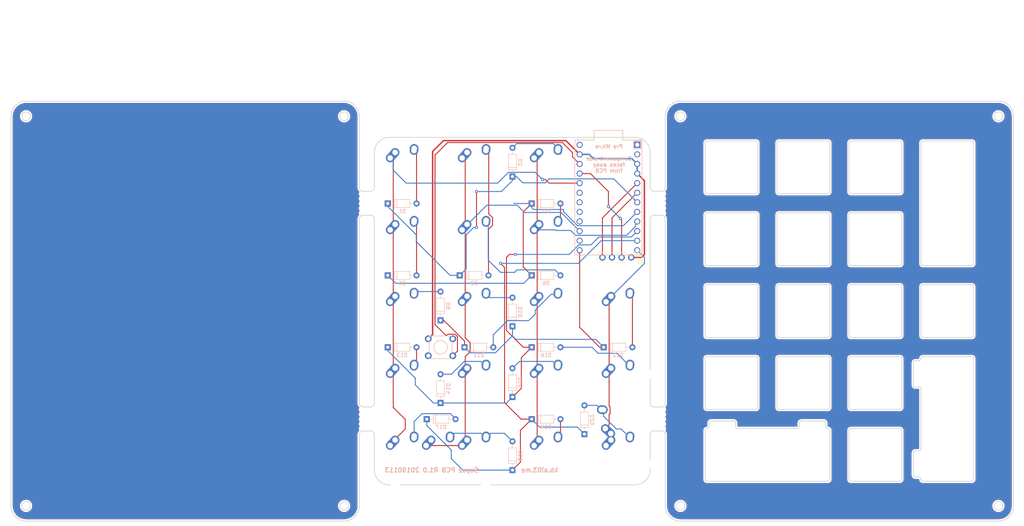
<source format=kicad_pcb>
(kicad_pcb (version 20171130) (host pcbnew "(5.1.4)-1")
  (layers (0 F.Cu signal) (31 B.Cu signal) (34 B.Paste user) (35 F.Paste user) (36 B.SilkS user) (37 F.SilkS user) (38 B.Mask user) (39 F.Mask user) (44 Edge.Cuts user))
  (net 0 "")
  (net 1 "Net-(D1-Pad2)")
  (net 2 "Net-(D2-Pad2)")
  (net 3 "Net-(D3-Pad2)")
  (net 4 "Net-(D5-Pad2)")
  (net 5 "Net-(D6-Pad2)")
  (net 6 "Net-(D7-Pad2)")
  (net 7 "Net-(D9-Pad2)")
  (net 8 "Net-(D10-Pad2)")
  (net 9 "Net-(D11-Pad2)")
  (net 10 "Net-(D12-Pad2)")
  (net 11 "Net-(D13-Pad2)")
  (net 12 "Net-(D14-Pad2)")
  (net 13 "Net-(D15-Pad2)")
  (net 14 "Net-(D16-Pad2)")
  (net 15 "Net-(D17-Pad2)")
  (net 16 "Net-(D18-Pad2)")
  (net 17 "Net-(D19-Pad2)")
  (net 18 "Net-(D20-Pad2)")
  (net 19 GND)
  (net 20 ROW0)
  (net 21 ROW1)
  (net 22 ROW2)
  (net 23 ROW3)
  (net 24 ROW4)
  (net 25 COL0)
  (net 26 COL1)
  (net 27 COL2)
  (net 28 COL3)
  (net 29 GNDA)
  (net 30 Earth)
  (net 31 SDA)
  (net 32 SCL)
  (net 33 VCC)
  (net 34 "Net-(SW1-Pad1)")
  (module Connector_PinHeader_2.54mm:PinHeader_1x04_P2.54mm_Vertical (layer F.Cu) (at 179.86375 76.99375 270)
    (fp_text reference OLED (at 0 -2.33 270) (layer F.SilkS))
    (fp_text value "Conn_01x04_Male (OLED)")
    (pad 4 thru_hole oval (at 0 7.62 270) (size 1.7 1.7) (drill 1) (layers *.Cu *.Mask) (net 31 SDA))
    (pad 3 thru_hole oval (at 0 5.08 270) (size 1.7 1.7) (drill 1) (layers *.Cu *.Mask) (net 32 SCL))
    (pad 2 thru_hole oval (at 0 2.54 270) (size 1.7 1.7) (drill 1) (layers *.Cu *.Mask) (net 33 VCC))
    (pad 1 thru_hole oval (at 0 0 270) (size 1.7 1.7) (drill 1) (layers *.Cu *.Mask) (net 19 GND))
  )
  (module MX_Alps_Hybrid:MX-1U-NoLED (layer F.Cu) (at 138.90625 72.23125)
    (fp_text reference MX6)
    (fp_text value MX-1U)
    (pad "" np_thru_hole circle (at 5.08 0 48.0996) (size 1.75 1.75) (drill 1.75) (layers *.Cu *.Mask))
    (pad "" np_thru_hole circle (at -5.08 0 48.0996) (size 1.75 1.75) (drill 1.75) (layers *.Cu *.Mask))
    (pad 1 thru_hole circle (at -2.5 -4) (size 2.25 2.25) (drill 1.47) (layers *.Cu B.Mask) (net 26 COL1))
    (pad "" np_thru_hole circle (at 0 0) (size 3.9878 3.9878) (drill 3.9878) (layers *.Cu *.Mask))
    (pad 1 thru_hole oval (at -3.81 -2.54 48.0996) (size 4.211556 2.25) (drill 1.47 (offset 0.980778 0)) (layers *.Cu B.Mask) (net 26 COL1))
    (pad 2 thru_hole circle (at 2.54 -5.08) (size 2.25 2.25) (drill 1.47) (layers *.Cu B.Mask) (net 5 "Net-(D6-Pad2)"))
    (pad 2 thru_hole oval (at 2.5 -4.5 86.0548) (size 2.831378 2.25) (drill 1.47 (offset 0.290689 0)) (layers *.Cu B.Mask) (net 5 "Net-(D6-Pad2)"))
  )
  (module locallib:outline (layer F.Cu) (at 281.08275 146.84375)
    (fp_text reference O1)
    (fp_text value Outline)
    (fp_arc (start -30.075 -81.175) (end -29.575 -81.175) (angle -90) (layer Edge.Cuts) (width 0.2))
    (fp_arc (start -43.075 -43.075) (end -43.075 -43.575) (angle -90) (layer Edge.Cuts) (width 0.2))
    (fp_arc (start -81.175 -100.225) (end -81.175 -100.725) (angle -90) (layer Edge.Cuts) (width 0.2))
    (fp_line (start -10.525 -49.125) (end -10.525 -62.125) (layer Edge.Cuts) (width 0.2))
    (fp_arc (start -11.025 -49.125) (end -11.025 -48.625) (angle -90) (layer Edge.Cuts) (width 0.2))
    (fp_line (start -81.675 -100.225) (end -81.675 -87.225) (layer Edge.Cuts) (width 0.2))
    (fp_arc (start -43.075 -68.175) (end -43.575 -68.175) (angle -90) (layer Edge.Cuts) (width 0.2))
    (fp_line (start -30.075 -43.575) (end -43.075 -43.575) (layer Edge.Cuts) (width 0.2))
    (fp_line (start -24.025 -48.625) (end -11.025 -48.625) (layer Edge.Cuts) (width 0.2))
    (fp_arc (start -24.025 -49.125) (end -24.525 -49.125) (angle -90) (layer Edge.Cuts) (width 0.2))
    (fp_line (start -29.575 -49.125) (end -29.575 -62.125) (layer Edge.Cuts) (width 0.2))
    (fp_arc (start -49.125 -68.175) (end -49.125 -67.675) (angle -90) (layer Edge.Cuts) (width 0.2))
    (fp_arc (start -24.025 -62.125) (end -24.025 -62.625) (angle -90) (layer Edge.Cuts) (width 0.2))
    (fp_arc (start -30.075 -49.125) (end -30.075 -48.625) (angle -90) (layer Edge.Cuts) (width 0.2))
    (fp_line (start -43.075 -48.625) (end -30.075 -48.625) (layer Edge.Cuts) (width 0.2))
    (fp_arc (start -43.075 -62.125) (end -43.075 -62.625) (angle -90) (layer Edge.Cuts) (width 0.2))
    (fp_line (start -49.125 -81.675) (end -62.125 -81.675) (layer Edge.Cuts) (width 0.2))
    (fp_line (start -81.175 -86.725) (end -68.175 -86.725) (layer Edge.Cuts) (width 0.2))
    (fp_arc (start -30.075 -62.125) (end -29.575 -62.125) (angle -90) (layer Edge.Cuts) (width 0.2))
    (fp_line (start -48.625 -68.175) (end -48.625 -81.175) (layer Edge.Cuts) (width 0.2))
    (fp_arc (start -11.025 -62.125) (end -10.525 -62.125) (angle -90) (layer Edge.Cuts) (width 0.2))
    (fp_arc (start -62.125 -81.175) (end -62.125 -81.675) (angle -90) (layer Edge.Cuts) (width 0.2))
    (fp_line (start -62.125 -67.675) (end -49.125 -67.675) (layer Edge.Cuts) (width 0.2))
    (fp_line (start -62.625 -81.175) (end -62.625 -68.175) (layer Edge.Cuts) (width 0.2))
    (fp_arc (start -30.075 -43.075) (end -29.575 -43.075) (angle -90) (layer Edge.Cuts) (width 0.2))
    (fp_arc (start -68.175 -100.225) (end -67.675 -100.225) (angle -90) (layer Edge.Cuts) (width 0.2))
    (fp_line (start -43.575 -62.125) (end -43.575 -49.125) (layer Edge.Cuts) (width 0.2))
    (fp_arc (start -68.175 -87.225) (end -68.175 -86.725) (angle -90) (layer Edge.Cuts) (width 0.2))
    (fp_line (start -24.525 -62.125) (end -24.525 -49.125) (layer Edge.Cuts) (width 0.2))
    (fp_line (start -43.075 -67.675) (end -30.075 -67.675) (layer Edge.Cuts) (width 0.2))
    (fp_arc (start -49.125 -81.175) (end -48.625 -81.175) (angle -90) (layer Edge.Cuts) (width 0.2))
    (fp_line (start -68.175 -100.725) (end -81.175 -100.725) (layer Edge.Cuts) (width 0.2))
    (fp_line (start -30.075 -24.525) (end -43.075 -24.525) (layer Edge.Cuts) (width 0.2))
    (fp_line (start -29.575 -30.075) (end -29.575 -43.075) (layer Edge.Cuts) (width 0.2))
    (fp_line (start -29.575 -68.175) (end -29.575 -81.175) (layer Edge.Cuts) (width 0.2))
    (fp_arc (start -30.075 -30.075) (end -30.075 -29.575) (angle -90) (layer Edge.Cuts) (width 0.2))
    (fp_line (start -11.025 -62.625) (end -24.025 -62.625) (layer Edge.Cuts) (width 0.2))
    (fp_line (start -30.075 -62.625) (end -43.075 -62.625) (layer Edge.Cuts) (width 0.2))
    (fp_arc (start -62.125 -68.175) (end -62.625 -68.175) (angle -90) (layer Edge.Cuts) (width 0.2))
    (fp_arc (start -30.075 -68.175) (end -30.075 -67.675) (angle -90) (layer Edge.Cuts) (width 0.2))
    (fp_line (start -43.075 -29.575) (end -30.075 -29.575) (layer Edge.Cuts) (width 0.2))
    (fp_arc (start -81.175 -87.225) (end -81.675 -87.225) (angle -90) (layer Edge.Cuts) (width 0.2))
    (fp_line (start -67.675 -87.225) (end -67.675 -100.225) (layer Edge.Cuts) (width 0.2))
    (fp_arc (start -43.075 -49.125) (end -43.575 -49.125) (angle -90) (layer Edge.Cuts) (width 0.2))
    (fp_arc (start -43.075 -30.075) (end -43.575 -30.075) (angle -90) (layer Edge.Cuts) (width 0.2))
    (fp_line (start -43.575 -43.075) (end -43.575 -30.075) (layer Edge.Cuts) (width 0.2))
    (fp_arc (start -62.125 -87.225) (end -62.625 -87.225) (angle -90) (layer Edge.Cuts) (width 0.2))
    (fp_arc (start -81.175 -62.125) (end -81.175 -62.625) (angle -90) (layer Edge.Cuts) (width 0.2))
    (fp_arc (start -49.125 -62.125) (end -48.625 -62.125) (angle -90) (layer Edge.Cuts) (width 0.2))
    (fp_arc (start -49.125 -49.125) (end -49.125 -48.625) (angle -90) (layer Edge.Cuts) (width 0.2))
    (fp_line (start -62.625 -62.125) (end -62.625 -49.125) (layer Edge.Cuts) (width 0.2))
    (fp_arc (start -30.075 -24.025) (end -29.575 -24.025) (angle -90) (layer Edge.Cuts) (width 0.2))
    (fp_line (start -62.125 -48.625) (end -49.125 -48.625) (layer Edge.Cuts) (width 0.2))
    (fp_arc (start -62.125 -100.225) (end -62.125 -100.725) (angle -90) (layer Edge.Cuts) (width 0.2))
    (fp_line (start -49.125 -62.625) (end -62.125 -62.625) (layer Edge.Cuts) (width 0.2))
    (fp_line (start -48.625 -87.225) (end -48.625 -100.225) (layer Edge.Cuts) (width 0.2))
    (fp_line (start -67.675 -49.125) (end -67.675 -62.125) (layer Edge.Cuts) (width 0.2))
    (fp_line (start -81.175 -81.675) (end -68.175 -81.675) (layer Edge.Cuts) (width 0.2))
    (fp_arc (start -68.175 -68.175) (end -68.175 -67.675) (angle -90) (layer Edge.Cuts) (width 0.2))
    (fp_line (start -67.675 -81.175) (end -67.675 -68.175) (layer Edge.Cuts) (width 0.2))
    (fp_arc (start -30.075 -11.025) (end -30.075 -10.525) (angle -90) (layer Edge.Cuts) (width 0.2))
    (fp_arc (start -49.125 -87.225) (end -49.125 -86.725) (angle -90) (layer Edge.Cuts) (width 0.2))
    (fp_line (start -62.125 -86.725) (end -49.125 -86.725) (layer Edge.Cuts) (width 0.2))
    (fp_line (start -43.075 -10.525) (end -30.075 -10.525) (layer Edge.Cuts) (width 0.2))
    (fp_arc (start -68.175 -81.175) (end -67.675 -81.175) (angle -90) (layer Edge.Cuts) (width 0.2))
    (fp_line (start -62.625 -100.225) (end -62.625 -87.225) (layer Edge.Cuts) (width 0.2))
    (fp_arc (start -81.175 -68.175) (end -81.675 -68.175) (angle -90) (layer Edge.Cuts) (width 0.2))
    (fp_arc (start -43.075 -24.025) (end -43.075 -24.525) (angle -90) (layer Edge.Cuts) (width 0.2))
    (fp_arc (start -68.175 -62.125) (end -67.675 -62.125) (angle -90) (layer Edge.Cuts) (width 0.2))
    (fp_line (start -68.175 -62.625) (end -81.175 -62.625) (layer Edge.Cuts) (width 0.2))
    (fp_line (start -68.175 -67.675) (end -81.175 -67.675) (layer Edge.Cuts) (width 0.2))
    (fp_line (start -81.675 -68.175) (end -81.675 -81.175) (layer Edge.Cuts) (width 0.2))
    (fp_line (start -29.575 -11.025) (end -29.575 -24.025) (layer Edge.Cuts) (width 0.2))
    (fp_line (start -43.575 -24.025) (end -43.575 -11.025) (layer Edge.Cuts) (width 0.2))
    (fp_arc (start -62.125 -49.125) (end -62.625 -49.125) (angle -90) (layer Edge.Cuts) (width 0.2))
    (fp_arc (start -49.125 -100.225) (end -48.625 -100.225) (angle -90) (layer Edge.Cuts) (width 0.2))
    (fp_arc (start -81.175 -49.125) (end -81.675 -49.125) (angle -90) (layer Edge.Cuts) (width 0.2))
    (fp_arc (start -68.175 -49.125) (end -68.175 -48.625) (angle -90) (layer Edge.Cuts) (width 0.2))
    (fp_arc (start -81.175 -81.175) (end -81.175 -81.675) (angle -90) (layer Edge.Cuts) (width 0.2))
    (fp_line (start -81.175 -48.625) (end -68.175 -48.625) (layer Edge.Cuts) (width 0.2))
    (fp_arc (start -43.075 -11.025) (end -43.575 -11.025) (angle -90) (layer Edge.Cuts) (width 0.2))
    (fp_line (start -48.625 -49.125) (end -48.625 -62.125) (layer Edge.Cuts) (width 0.2))
    (fp_line (start -81.675 -62.125) (end -81.675 -49.125) (layer Edge.Cuts) (width 0.2))
    (fp_arc (start -62.125 -62.125) (end -62.125 -62.625) (angle -90) (layer Edge.Cuts) (width 0.2))
    (fp_line (start -49.125 -100.725) (end -62.125 -100.725) (layer Edge.Cuts) (width 0.2))
    (fp_arc (start -11.025 -43.075) (end -10.525 -43.075) (angle -90) (layer Edge.Cuts) (width 0.2))
    (fp_arc (start -11.025 -11.025) (end -11.025 -10.525) (angle -90) (layer Edge.Cuts) (width 0.2))
    (fp_arc (start -73.088 -25.025) (end -73.588 -25.025) (angle -90) (layer Edge.Cuts) (width 0.2))
    (fp_line (start -24.525 -11.112) (end -24.525 -11.025) (layer Edge.Cuts) (width 0.2))
    (fp_arc (start -25.025 -11.112) (end -24.525 -11.112) (angle -90) (layer Edge.Cuts) (width 0.2))
    (fp_arc (start -24.025 -11.025) (end -24.525 -11.025) (angle -90) (layer Edge.Cuts) (width 0.2))
    (fp_line (start -24.525 -43.075) (end -24.525 -42.988) (layer Edge.Cuts) (width 0.2))
    (fp_arc (start -24.025 -43.075) (end -24.025 -43.575) (angle -90) (layer Edge.Cuts) (width 0.2))
    (fp_line (start -10.525 -11.025) (end -10.525 -43.075) (layer Edge.Cuts) (width 0.2))
    (fp_line (start -11.025 -43.575) (end -24.025 -43.575) (layer Edge.Cuts) (width 0.2))
    (fp_line (start -24.025 -10.525) (end -11.025 -10.525) (layer Edge.Cuts) (width 0.2))
    (fp_arc (start -50.212 -26.025) (end -49.712 -26.025) (angle -90) (layer Edge.Cuts) (width 0.2))
    (fp_line (start -49.125 -24.525) (end -49.212 -24.525) (layer Edge.Cuts) (width 0.2))
    (fp_arc (start -57.212 -25.025) (end -57.212 -24.525) (angle -90) (layer Edge.Cuts) (width 0.2))
    (fp_line (start -56.712 -26.025) (end -56.712 -25.025) (layer Edge.Cuts) (width 0.2))
    (fp_arc (start -49.212 -25.025) (end -49.712 -25.025) (angle -90) (layer Edge.Cuts) (width 0.2))
    (fp_line (start -48.625 -11.025) (end -48.625 -24.025) (layer Edge.Cuts) (width 0.2))
    (fp_arc (start -56.212 -26.025) (end -56.212 -26.525) (angle -90) (layer Edge.Cuts) (width 0.2))
    (fp_line (start -49.712 -25.025) (end -49.712 -26.025) (layer Edge.Cuts) (width 0.2))
    (fp_arc (start -49.125 -24.025) (end -48.625 -24.025) (angle -90) (layer Edge.Cuts) (width 0.2))
    (fp_line (start -50.212 -26.525) (end -56.212 -26.525) (layer Edge.Cuts) (width 0.2))
    (fp_arc (start -49.125 -11.025) (end -49.125 -10.525) (angle -90) (layer Edge.Cuts) (width 0.2))
    (fp_line (start -24.525 -100.138) (end -24.525 -68.262) (layer Edge.Cuts) (width 0.2))
    (fp_line (start -24.525 -68.262) (end -24.525 -68.175) (layer Edge.Cuts) (width 0.2))
    (fp_arc (start -24.025 -68.175) (end -24.525 -68.175) (angle -90) (layer Edge.Cuts) (width 0.2))
    (fp_line (start -10.525 -68.175) (end -10.525 -100.225) (layer Edge.Cuts) (width 0.2))
    (fp_arc (start -11.025 -68.175) (end -11.025 -67.675) (angle -90) (layer Edge.Cuts) (width 0.2))
    (fp_arc (start -24.025 -100.225) (end -24.025 -100.725) (angle -90) (layer Edge.Cuts) (width 0.2))
    (fp_arc (start -26.025 -41.988) (end -26.025 -42.488) (angle -90) (layer Edge.Cuts) (width 0.2))
    (fp_line (start -25.025 -42.488) (end -26.025 -42.488) (layer Edge.Cuts) (width 0.2))
    (fp_arc (start -25.025 -42.988) (end -25.025 -42.488) (angle -90) (layer Edge.Cuts) (width 0.2))
    (fp_line (start -24.525 -100.225) (end -24.525 -100.138) (layer Edge.Cuts) (width 0.2))
    (fp_line (start -11.025 -100.725) (end -24.025 -100.725) (layer Edge.Cuts) (width 0.2))
    (fp_arc (start -11.025 -100.225) (end -10.525 -100.225) (angle -90) (layer Edge.Cuts) (width 0.2))
    (fp_line (start -24.025 -67.675) (end -11.025 -67.675) (layer Edge.Cuts) (width 0.2))
    (fp_arc (start -74.088 -26.025) (end -73.588 -26.025) (angle -90) (layer Edge.Cuts) (width 0.2))
    (fp_arc (start -80.088 -26.025) (end -80.088 -26.525) (angle -90) (layer Edge.Cuts) (width 0.2))
    (fp_line (start -73.588 -25.025) (end -73.588 -26.025) (layer Edge.Cuts) (width 0.2))
    (fp_arc (start -81.175 -24.025) (end -81.175 -24.525) (angle -90) (layer Edge.Cuts) (width 0.2))
    (fp_line (start -81.175 -10.525) (end -49.125 -10.525) (layer Edge.Cuts) (width 0.2))
    (fp_arc (start -81.175 -11.025) (end -81.675 -11.025) (angle -90) (layer Edge.Cuts) (width 0.2))
    (fp_line (start -81.675 -24.025) (end -81.675 -11.025) (layer Edge.Cuts) (width 0.2))
    (fp_line (start -81.088 -24.525) (end -81.175 -24.525) (layer Edge.Cuts) (width 0.2))
    (fp_arc (start -81.088 -25.025) (end -81.088 -24.525) (angle -90) (layer Edge.Cuts) (width 0.2))
    (fp_line (start -74.088 -26.525) (end -80.088 -26.525) (layer Edge.Cuts) (width 0.2))
    (fp_line (start -80.588 -26.025) (end -80.588 -25.025) (layer Edge.Cuts) (width 0.2))
    (fp_line (start -92.2 -4) (end -92.2 -22.875) (layer Edge.Cuts) (width 0.2))
    (fp_line (start -96.2 -97.6625) (end -96.2 -88.375) (layer Edge.Cuts) (width 0.2))
    (fp_arc (start -95.2 -88.375) (end -96.2 -88.375) (angle -90) (layer Edge.Cuts) (width 0.2))
    (fp_arc (start -95.2 -22.875) (end -95.2 -23.875) (angle -90) (layer Edge.Cuts) (width 0.2))
    (fp_arc (start -93.2 -22.875) (end -92.2 -22.875) (angle -90) (layer Edge.Cuts) (width 0.2))
    (fp_arc (start -93.2 -88.375) (end -93.2 -87.375) (angle -90) (layer Edge.Cuts) (width 0.2))
    (fp_arc (start -100.2 -97.6625) (end -96.2 -97.6625) (angle -90) (layer Edge.Cuts) (width 0.2))
    (fp_arc (start -4 -107.25) (end 0 -107.25) (angle -90) (layer Edge.Cuts) (width 0.2))
    (fp_line (start -95.2 -87.375) (end -93.2 -87.375) (layer Edge.Cuts) (width 0.2))
    (fp_line (start -100.2 -9.5875) (end -165.225 -9.5875) (layer Edge.Cuts) (width 0.2))
    (fp_line (start -57.212 -24.525) (end -73.088 -24.525) (layer Edge.Cuts) (width 0.2))
    (fp_line (start -96.2 -22.875) (end -96.2 -13.5875) (layer Edge.Cuts) (width 0.2))
    (fp_line (start -93.2 -23.875) (end -95.2 -23.875) (layer Edge.Cuts) (width 0.2))
    (fp_arc (start -88.2 -4) (end -92.2 -4) (angle -90) (layer Edge.Cuts) (width 0.2))
    (fp_line (start 0 -107.25) (end 0 -4) (layer Edge.Cuts) (width 0.2))
    (fp_arc (start -88.2 -107.25) (end -88.2 -111.25) (angle -90) (layer Edge.Cuts) (width 0.2))
    (fp_arc (start -100.2 -13.5875) (end -100.2 -9.5875) (angle -90) (layer Edge.Cuts) (width 0.2))
    (fp_line (start -4 0) (end -88.2 0) (layer Edge.Cuts) (width 0.2))
    (fp_line (start -92.2 -88.375) (end -92.2 -107.25) (layer Edge.Cuts) (width 0.2))
    (fp_line (start -88.2 -111.25) (end -4 -111.25) (layer Edge.Cuts) (width 0.2))
    (fp_arc (start -4 -4) (end -4 0) (angle -90) (layer Edge.Cuts) (width 0.2))
    (fp_line (start -165.225 -101.6625) (end -100.2 -101.6625) (layer Edge.Cuts) (width 0.2))
    (fp_arc (start -165.225 -97.6625) (end -165.225 -101.6625) (angle -90) (layer Edge.Cuts) (width 0.2))
    (fp_arc (start -62.125 -30.075) (end -62.625 -30.075) (angle -90) (layer Edge.Cuts) (width 0.2))
    (fp_line (start -62.125 -29.575) (end -49.125 -29.575) (layer Edge.Cuts) (width 0.2))
    (fp_line (start -67.675 -30.075) (end -67.675 -43.075) (layer Edge.Cuts) (width 0.2))
    (fp_arc (start -43.075 -87.225) (end -43.575 -87.225) (angle -90) (layer Edge.Cuts) (width 0.2))
    (fp_line (start -81.175 -29.575) (end -68.175 -29.575) (layer Edge.Cuts) (width 0.2))
    (fp_line (start -30.075 -86.725) (end -43.075 -86.725) (layer Edge.Cuts) (width 0.2))
    (fp_arc (start -49.125 -30.075) (end -49.125 -29.575) (angle -90) (layer Edge.Cuts) (width 0.2))
    (fp_arc (start -68.175 -30.075) (end -68.175 -29.575) (angle -90) (layer Edge.Cuts) (width 0.2))
    (fp_line (start -68.175 -43.575) (end -81.175 -43.575) (layer Edge.Cuts) (width 0.2))
    (fp_line (start -43.575 -87.225) (end -43.575 -100.225) (layer Edge.Cuts) (width 0.2))
    (fp_arc (start -30.075 -87.225) (end -30.075 -86.725) (angle -90) (layer Edge.Cuts) (width 0.2))
    (fp_line (start -62.625 -43.075) (end -62.625 -30.075) (layer Edge.Cuts) (width 0.2))
    (fp_line (start -81.675 -43.075) (end -81.675 -30.075) (layer Edge.Cuts) (width 0.2))
    (fp_arc (start -68.175 -43.075) (end -67.675 -43.075) (angle -90) (layer Edge.Cuts) (width 0.2))
    (fp_arc (start -81.175 -43.075) (end -81.175 -43.575) (angle -90) (layer Edge.Cuts) (width 0.2))
    (fp_line (start -43.575 -81.175) (end -43.575 -68.175) (layer Edge.Cuts) (width 0.2))
    (fp_arc (start -62.125 -43.075) (end -62.125 -43.575) (angle -90) (layer Edge.Cuts) (width 0.2))
    (fp_arc (start -43.075 -81.175) (end -43.075 -81.675) (angle -90) (layer Edge.Cuts) (width 0.2))
    (fp_line (start -49.125 -43.575) (end -62.125 -43.575) (layer Edge.Cuts) (width 0.2))
    (fp_line (start -30.075 -81.675) (end -43.075 -81.675) (layer Edge.Cuts) (width 0.2))
    (fp_arc (start -49.125 -43.075) (end -48.625 -43.075) (angle -90) (layer Edge.Cuts) (width 0.2))
    (fp_line (start -48.625 -30.075) (end -48.625 -43.075) (layer Edge.Cuts) (width 0.2))
    (fp_arc (start -81.175 -30.075) (end -81.675 -30.075) (angle -90) (layer Edge.Cuts) (width 0.2))
    (fp_line (start -24.525 -34.988) (end -24.525 -19.112) (layer Edge.Cuts) (width 0.2))
    (fp_arc (start -25.025 -34.988) (end -24.525 -34.988) (angle -90) (layer Edge.Cuts) (width 0.2))
    (fp_line (start -26.525 -41.988) (end -26.525 -35.988) (layer Edge.Cuts) (width 0.2))
    (fp_line (start -26.025 -11.612) (end -25.025 -11.612) (layer Edge.Cuts) (width 0.2))
    (fp_arc (start -26.025 -12.112) (end -26.525 -12.112) (angle -90) (layer Edge.Cuts) (width 0.2))
    (fp_line (start -26.525 -18.112) (end -26.525 -12.112) (layer Edge.Cuts) (width 0.2))
    (fp_arc (start -26.025 -18.112) (end -26.025 -18.612) (angle -90) (layer Edge.Cuts) (width 0.2))
    (fp_line (start -25.025 -18.612) (end -26.025 -18.612) (layer Edge.Cuts) (width 0.2))
    (fp_arc (start -25.025 -19.112) (end -25.025 -18.612) (angle -90) (layer Edge.Cuts) (width 0.2))
    (fp_line (start -26.025 -35.488) (end -25.025 -35.488) (layer Edge.Cuts) (width 0.2))
    (fp_arc (start -26.025 -35.988) (end -26.525 -35.988) (angle -90) (layer Edge.Cuts) (width 0.2))
    (fp_arc (start -165.225 -13.5875) (end -169.225 -13.5875) (angle -90) (layer Edge.Cuts) (width 0.2))
    (fp_line (start -169.225 -13.5875) (end -169.225 -22.875) (layer Edge.Cuts) (width 0.2))
    (fp_arc (start -170.225 -88.375) (end -170.225 -87.375) (angle -90) (layer Edge.Cuts) (width 0.2))
    (fp_line (start -96.2 -80.025) (end -96.2 -31.225) (layer Edge.Cuts) (width 0.2))
    (fp_arc (start -95.2 -80.025) (end -95.2 -81.025) (angle -90) (layer Edge.Cuts) (width 0.2))
    (fp_arc (start -172.225 -88.375) (end -173.225 -88.375) (angle -90) (layer Edge.Cuts) (width 0.2))
    (fp_arc (start -170.225 -22.875) (end -169.225 -22.875) (angle -90) (layer Edge.Cuts) (width 0.2))
    (fp_line (start -173.225 -107.25) (end -173.225 -88.375) (layer Edge.Cuts) (width 0.2))
    (fp_line (start -261.425 -111.25) (end -177.225 -111.25) (layer Edge.Cuts) (width 0.2))
    (fp_line (start -93.2 -81.025) (end -95.2 -81.025) (layer Edge.Cuts) (width 0.2))
    (fp_line (start -173.225 -22.875) (end -173.225 -4) (layer Edge.Cuts) (width 0.2))
    (fp_line (start -265.425 -4) (end -265.425 -107.25) (layer Edge.Cuts) (width 0.2))
    (fp_arc (start -177.225 -4) (end -177.225 0) (angle -90) (layer Edge.Cuts) (width 0.2))
    (fp_line (start -170.225 -23.875) (end -172.225 -23.875) (layer Edge.Cuts) (width 0.2))
    (fp_line (start -177.225 0) (end -261.425 0) (layer Edge.Cuts) (width 0.2))
    (fp_line (start -169.225 -88.375) (end -169.225 -97.6625) (layer Edge.Cuts) (width 0.2))
    (fp_arc (start -261.425 -4) (end -265.425 -4) (angle -90) (layer Edge.Cuts) (width 0.2))
    (fp_arc (start -177.225 -107.25) (end -173.225 -107.25) (angle -90) (layer Edge.Cuts) (width 0.2))
    (fp_line (start -172.225 -87.375) (end -170.225 -87.375) (layer Edge.Cuts) (width 0.2))
    (fp_arc (start -93.2 -80.025) (end -92.2 -80.025) (angle -90) (layer Edge.Cuts) (width 0.2))
    (fp_arc (start -261.425 -107.25) (end -261.425 -111.25) (angle -90) (layer Edge.Cuts) (width 0.2))
    (fp_line (start -92.2 -31.225) (end -92.2 -80.025) (layer Edge.Cuts) (width 0.2))
    (fp_arc (start -172.225 -22.875) (end -172.225 -23.875) (angle -90) (layer Edge.Cuts) (width 0.2))
    (fp_arc (start -30.075 -100.225) (end -29.575 -100.225) (angle -90) (layer Edge.Cuts) (width 0.2))
    (fp_line (start -43.075 -100.725) (end -30.075 -100.725) (layer Edge.Cuts) (width 0.2))
    (fp_line (start -169.225 -31.225) (end -169.225 -80.025) (layer Edge.Cuts) (width 0.2))
    (fp_line (start -172.225 -30.225) (end -170.225 -30.225) (layer Edge.Cuts) (width 0.2))
    (fp_circle (center -4 -4) (end -2.85 -4) (layer Edge.Cuts) (width 0.2))
    (fp_arc (start -43.075 -100.225) (end -43.075 -100.725) (angle -90) (layer Edge.Cuts) (width 0.2))
    (fp_circle (center -88.2 -107.25) (end -87.05 -107.25) (layer Edge.Cuts) (width 0.2))
    (fp_circle (center -177.225 -4) (end -176.075 -4) (layer Edge.Cuts) (width 0.2))
    (fp_arc (start -172.225 -80.025) (end -172.225 -81.025) (angle -90) (layer Edge.Cuts) (width 0.2))
    (fp_circle (center -261.425 -107.25) (end -260.275 -107.25) (layer Edge.Cuts) (width 0.2))
    (fp_line (start -173.225 -80.025) (end -173.225 -31.225) (layer Edge.Cuts) (width 0.2))
    (fp_circle (center -177.225 -107.25) (end -176.075 -107.25) (layer Edge.Cuts) (width 0.2))
    (fp_line (start -170.225 -81.025) (end -172.225 -81.025) (layer Edge.Cuts) (width 0.2))
    (fp_circle (center -88.2 -4) (end -87.05 -4) (layer Edge.Cuts) (width 0.2))
    (fp_circle (center -4 -107.25) (end -2.85 -107.25) (layer Edge.Cuts) (width 0.2))
    (fp_circle (center -261.425 -4) (end -260.275 -4) (layer Edge.Cuts) (width 0.2))
    (fp_arc (start -170.225 -80.025) (end -169.225 -80.025) (angle -90) (layer Edge.Cuts) (width 0.2))
    (fp_arc (start -170.225 -31.225) (end -170.225 -30.225) (angle -90) (layer Edge.Cuts) (width 0.2))
    (fp_line (start -95.2 -30.225) (end -93.2 -30.225) (layer Edge.Cuts) (width 0.2))
    (fp_arc (start -93.2 -31.225) (end -93.2 -30.225) (angle -90) (layer Edge.Cuts) (width 0.2))
    (fp_arc (start -95.2 -31.225) (end -96.2 -31.225) (angle -90) (layer Edge.Cuts) (width 0.2))
    (fp_line (start -29.575 -100.225) (end -29.575 -87.225) (layer Edge.Cuts) (width 0.2))
    (fp_arc (start -172.225 -31.225) (end -173.225 -31.225) (angle -90) (layer Edge.Cuts) (width 0.2))
    (pad 2 smd circle (at -176.53 -54.102) (size 1.524 1.524) (layers F.Cu) (net 29 GNDA))
    (pad 2 smd circle (at -176.53 -54.102) (size 1.524 1.524) (layers B.Cu) (net 29 GNDA))
    (pad 1 smd circle (at -17.78 -45.72) (size 1.524 1.524) (layers F.Cu) (net 30 Earth))
    (pad 1 smd circle (at -17.78 -45.72) (size 1.524 1.524) (layers B.Cu) (net 30 Earth))
  )
  (module MX_Alps_Hybrid:MX-1U-NoLED (layer F.Cu) (at 119.85625 91.28125)
    (fp_text reference MX10)
    (fp_text value MX-1U)
    (pad "" np_thru_hole circle (at 5.08 0 48.0996) (size 1.75 1.75) (drill 1.75) (layers *.Cu *.Mask))
    (pad "" np_thru_hole circle (at -5.08 0 48.0996) (size 1.75 1.75) (drill 1.75) (layers *.Cu *.Mask))
    (pad 1 thru_hole circle (at -2.5 -4) (size 2.25 2.25) (drill 1.47) (layers *.Cu B.Mask) (net 25 COL0))
    (pad "" np_thru_hole circle (at 0 0) (size 3.9878 3.9878) (drill 3.9878) (layers *.Cu *.Mask))
    (pad 1 thru_hole oval (at -3.81 -2.54 48.0996) (size 4.211556 2.25) (drill 1.47 (offset 0.980778 0)) (layers *.Cu B.Mask) (net 25 COL0))
    (pad 2 thru_hole circle (at 2.54 -5.08) (size 2.25 2.25) (drill 1.47) (layers *.Cu B.Mask) (net 7 "Net-(D9-Pad2)"))
    (pad 2 thru_hole oval (at 2.5 -4.5 86.0548) (size 2.831378 2.25) (drill 1.47 (offset 0.290689 0)) (layers *.Cu B.Mask) (net 7 "Net-(D9-Pad2)"))
  )
  (module MX_Alps_Hybrid:MX-1U-NoLED (layer F.Cu) (at 138.90625 91.28125)
    (fp_text reference MX11)
    (fp_text value MX-1U)
    (pad "" np_thru_hole circle (at 5.08 0 48.0996) (size 1.75 1.75) (drill 1.75) (layers *.Cu *.Mask))
    (pad "" np_thru_hole circle (at -5.08 0 48.0996) (size 1.75 1.75) (drill 1.75) (layers *.Cu *.Mask))
    (pad 1 thru_hole circle (at -2.5 -4) (size 2.25 2.25) (drill 1.47) (layers *.Cu B.Mask) (net 26 COL1))
    (pad "" np_thru_hole circle (at 0 0) (size 3.9878 3.9878) (drill 3.9878) (layers *.Cu *.Mask))
    (pad 1 thru_hole oval (at -3.81 -2.54 48.0996) (size 4.211556 2.25) (drill 1.47 (offset 0.980778 0)) (layers *.Cu B.Mask) (net 26 COL1))
    (pad 2 thru_hole circle (at 2.54 -5.08) (size 2.25 2.25) (drill 1.47) (layers *.Cu B.Mask) (net 8 "Net-(D10-Pad2)"))
    (pad 2 thru_hole oval (at 2.5 -4.5 86.0548) (size 2.831378 2.25) (drill 1.47 (offset 0.290689 0)) (layers *.Cu B.Mask) (net 8 "Net-(D10-Pad2)"))
  )
  (module random-keyboard-parts:PushButton_6x6mm_TH_Pretty (layer B.Cu) (at 129.38125 100.80625)
    (fp_text reference SW1)
    (fp_text value SW_Push)
    (pad 4 thru_hole circle (at -3.25 2.25) (size 1.8 1.8) (drill 1) (layers *.Cu F.Mask))
    (pad 3 thru_hole circle (at 3.25 -2.25) (size 1.8 1.8) (drill 1) (layers *.Cu F.Mask))
    (pad 2 thru_hole circle (at -3.25 -2.25) (size 1.8 1.8) (drill 1) (layers *.Cu F.Mask) (net 19 GND))
    (pad 1 thru_hole circle (at 3.25 2.25) (size 1.8 1.8) (drill 1) (layers *.Cu F.Mask) (net 34 "Net-(SW1-Pad1)"))
  )
  (module MX_Alps_Hybrid:MX-1U-NoLED (layer F.Cu) (at 157.95625 72.23125)
    (fp_text reference MX7)
    (fp_text value MX-1U)
    (pad 2 thru_hole oval (at 2.5 -4.5 86.0548) (size 2.831378 2.25) (drill 1.47 (offset 0.290689 0)) (layers *.Cu B.Mask) (net 6 "Net-(D7-Pad2)"))
    (pad 2 thru_hole circle (at 2.54 -5.08) (size 2.25 2.25) (drill 1.47) (layers *.Cu B.Mask) (net 6 "Net-(D7-Pad2)"))
    (pad 1 thru_hole oval (at -3.81 -2.54 48.0996) (size 4.211556 2.25) (drill 1.47 (offset 0.980778 0)) (layers *.Cu B.Mask) (net 27 COL2))
    (pad "" np_thru_hole circle (at 0 0) (size 3.9878 3.9878) (drill 3.9878) (layers *.Cu *.Mask))
    (pad 1 thru_hole circle (at -2.5 -4) (size 2.25 2.25) (drill 1.47) (layers *.Cu B.Mask) (net 27 COL2))
    (pad "" np_thru_hole circle (at -5.08 0 48.0996) (size 1.75 1.75) (drill 1.75) (layers *.Cu *.Mask))
    (pad "" np_thru_hole circle (at 5.08 0 48.0996) (size 1.75 1.75) (drill 1.75) (layers *.Cu *.Mask))
  )
  (module Diodes_THT:D_DO-35_SOD27_P7.62mm_Horizontal (layer B.Cu) (at 115.41125 62.70625)
    (fp_text reference D1 (at 3.81 2.06) (layer B.SilkS) (effects (justify mirror)))
    (fp_text value 1N4148)
    (pad 2 thru_hole oval (at 7.62 0) (size 1.6 1.6) (drill 0.8) (layers *.Cu *.Mask) (net 1 "Net-(D1-Pad2)"))
    (pad 1 thru_hole rect (at 0 0) (size 1.6 1.6) (drill 0.8) (layers *.Cu *.Mask) (net 20 ROW0))
  )
  (module Diodes_THT:D_DO-35_SOD27_P7.62mm_Horizontal (layer B.Cu) (at 134.46125 81.75625)
    (fp_text reference D2 (at 3.81 2.06) (layer B.SilkS) (effects (justify mirror)))
    (fp_text value 1N4148)
    (pad 2 thru_hole oval (at 7.62 0) (size 1.6 1.6) (drill 0.8) (layers *.Cu *.Mask) (net 2 "Net-(D2-Pad2)"))
    (pad 1 thru_hole rect (at 0 0) (size 1.6 1.6) (drill 0.8) (layers *.Cu *.Mask) (net 20 ROW0))
  )
  (module Diodes_THT:D_DO-35_SOD27_P7.62mm_Horizontal (layer B.Cu) (at 148.43125 55.5625 90)
    (fp_text reference D3 (at 3.81 2.06 90) (layer B.SilkS) (effects (justify mirror)))
    (fp_text value 1N4148)
    (pad 2 thru_hole oval (at 7.62 0 90) (size 1.6 1.6) (drill 0.8) (layers *.Cu *.Mask) (net 3 "Net-(D3-Pad2)"))
    (pad 1 thru_hole rect (at 0 0 90) (size 1.6 1.6) (drill 0.8) (layers *.Cu *.Mask) (net 20 ROW0))
  )
  (module Diodes_THT:D_DO-35_SOD27_P7.62mm_Horizontal (layer B.Cu) (at 115.41125 81.75625)
    (fp_text reference D5 (at 3.81 2.06) (layer B.SilkS) (effects (justify mirror)))
    (fp_text value 1N4148)
    (pad 2 thru_hole oval (at 7.62 0) (size 1.6 1.6) (drill 0.8) (layers *.Cu *.Mask) (net 4 "Net-(D5-Pad2)"))
    (pad 1 thru_hole rect (at 0 0) (size 1.6 1.6) (drill 0.8) (layers *.Cu *.Mask) (net 21 ROW1))
  )
  (module Diodes_THT:D_DO-35_SOD27_P7.62mm_Horizontal (layer B.Cu) (at 153.51125 81.75625)
    (fp_text reference D6 (at 3.81 2.06) (layer B.SilkS) (effects (justify mirror)))
    (fp_text value 1N4148)
    (pad 1 thru_hole rect (at 0 0) (size 1.6 1.6) (drill 0.8) (layers *.Cu *.Mask) (net 21 ROW1))
    (pad 2 thru_hole oval (at 7.62 0) (size 1.6 1.6) (drill 0.8) (layers *.Cu *.Mask) (net 5 "Net-(D6-Pad2)"))
  )
  (module Diodes_THT:D_DO-35_SOD27_P7.62mm_Horizontal (layer B.Cu) (at 153.51125 62.70625)
    (fp_text reference D7 (at 3.81 2.06) (layer B.SilkS) (effects (justify mirror)))
    (fp_text value 1N4148)
    (pad 2 thru_hole oval (at 7.62 0) (size 1.6 1.6) (drill 0.8) (layers *.Cu *.Mask) (net 6 "Net-(D7-Pad2)"))
    (pad 1 thru_hole rect (at 0 0) (size 1.6 1.6) (drill 0.8) (layers *.Cu *.Mask) (net 21 ROW1))
  )
  (module Diodes_THT:D_DO-35_SOD27_P7.62mm_Horizontal (layer B.Cu) (at 129.38125 93.6625 90)
    (fp_text reference D9 (at 3.81 2.06 90) (layer B.SilkS) (effects (justify mirror)))
    (fp_text value 1N4148)
    (pad 2 thru_hole oval (at 7.62 0 90) (size 1.6 1.6) (drill 0.8) (layers *.Cu *.Mask) (net 7 "Net-(D9-Pad2)"))
    (pad 1 thru_hole rect (at 0 0 90) (size 1.6 1.6) (drill 0.8) (layers *.Cu *.Mask) (net 22 ROW2))
  )
  (module Diodes_THT:D_DO-35_SOD27_P7.62mm_Horizontal (layer B.Cu) (at 148.43125 95.25 90)
    (fp_text reference D10 (at 3.81 2.06 90) (layer B.SilkS) (effects (justify mirror)))
    (fp_text value 1N4148)
    (pad 1 thru_hole rect (at 0 0 90) (size 1.6 1.6) (drill 0.8) (layers *.Cu *.Mask) (net 22 ROW2))
    (pad 2 thru_hole oval (at 7.62 0 90) (size 1.6 1.6) (drill 0.8) (layers *.Cu *.Mask) (net 8 "Net-(D10-Pad2)"))
  )
  (module Diodes_THT:D_DO-35_SOD27_P7.62mm_Horizontal (layer B.Cu) (at 135.73125 100.80625)
    (fp_text reference D11 (at 3.81 2.06) (layer B.SilkS) (effects (justify mirror)))
    (fp_text value 1N4148)
    (pad 2 thru_hole oval (at 7.62 0) (size 1.6 1.6) (drill 0.8) (layers *.Cu *.Mask) (net 9 "Net-(D11-Pad2)"))
    (pad 1 thru_hole rect (at 0 0) (size 1.6 1.6) (drill 0.8) (layers *.Cu *.Mask) (net 22 ROW2))
  )
  (module Diodes_THT:D_DO-35_SOD27_P7.62mm_Horizontal (layer B.Cu) (at 172.56125 100.80625)
    (fp_text reference D12 (at 3.81 2.06) (layer B.SilkS) (effects (justify mirror)))
    (fp_text value 1N4148)
    (pad 1 thru_hole rect (at 0 0) (size 1.6 1.6) (drill 0.8) (layers *.Cu *.Mask) (net 22 ROW2))
    (pad 2 thru_hole oval (at 7.62 0) (size 1.6 1.6) (drill 0.8) (layers *.Cu *.Mask) (net 10 "Net-(D12-Pad2)"))
  )
  (module Diodes_THT:D_DO-35_SOD27_P7.62mm_Horizontal (layer B.Cu) (at 115.41125 100.80625)
    (fp_text reference D13 (at 3.81 2.06) (layer B.SilkS) (effects (justify mirror)))
    (fp_text value 1N4148)
    (pad 2 thru_hole oval (at 7.62 0) (size 1.6 1.6) (drill 0.8) (layers *.Cu *.Mask) (net 11 "Net-(D13-Pad2)"))
    (pad 1 thru_hole rect (at 0 0) (size 1.6 1.6) (drill 0.8) (layers *.Cu *.Mask) (net 23 ROW3))
  )
  (module Diodes_THT:D_DO-35_SOD27_P7.62mm_Horizontal (layer B.Cu) (at 129.38125 115.57 90)
    (fp_text reference D14 (at 3.81 2.06 90) (layer B.SilkS) (effects (justify mirror)))
    (fp_text value 1N4148)
    (pad 2 thru_hole oval (at 7.62 0 90) (size 1.6 1.6) (drill 0.8) (layers *.Cu *.Mask) (net 12 "Net-(D14-Pad2)"))
    (pad 1 thru_hole rect (at 0 0 90) (size 1.6 1.6) (drill 0.8) (layers *.Cu *.Mask) (net 23 ROW3))
  )
  (module Diodes_THT:D_DO-35_SOD27_P7.62mm_Horizontal (layer B.Cu) (at 148.43125 113.9825 90)
    (fp_text reference D15 (at 3.81 2.06 90) (layer B.SilkS) (effects (justify mirror)))
    (fp_text value 1N4148)
    (pad 2 thru_hole oval (at 7.62 0 90) (size 1.6 1.6) (drill 0.8) (layers *.Cu *.Mask) (net 13 "Net-(D15-Pad2)"))
    (pad 1 thru_hole rect (at 0 0 90) (size 1.6 1.6) (drill 0.8) (layers *.Cu *.Mask) (net 23 ROW3))
  )
  (module Diodes_THT:D_DO-35_SOD27_P7.62mm_Horizontal (layer B.Cu) (at 153.51125 100.80625)
    (fp_text reference D16 (at 3.81 2.06) (layer B.SilkS) (effects (justify mirror)))
    (fp_text value 1N4148)
    (pad 1 thru_hole rect (at 0 0) (size 1.6 1.6) (drill 0.8) (layers *.Cu *.Mask) (net 23 ROW3))
    (pad 2 thru_hole oval (at 7.62 0) (size 1.6 1.6) (drill 0.8) (layers *.Cu *.Mask) (net 14 "Net-(D16-Pad2)"))
  )
  (module Diodes_THT:D_DO-35_SOD27_P7.62mm_Horizontal (layer B.Cu) (at 125.73 119.85625)
    (fp_text reference D17 (at 3.81 2.06) (layer B.SilkS) (effects (justify mirror)))
    (fp_text value 1N4148)
    (pad 2 thru_hole oval (at 7.62 0) (size 1.6 1.6) (drill 0.8) (layers *.Cu *.Mask) (net 15 "Net-(D17-Pad2)"))
    (pad 1 thru_hole rect (at 0 0) (size 1.6 1.6) (drill 0.8) (layers *.Cu *.Mask) (net 24 ROW4))
  )
  (module Diodes_THT:D_DO-35_SOD27_P7.62mm_Horizontal (layer B.Cu) (at 148.43125 133.35 90)
    (fp_text reference D18 (at 3.81 2.06 90) (layer B.SilkS) (effects (justify mirror)))
    (fp_text value 1N4148)
    (pad 1 thru_hole rect (at 0 0 90) (size 1.6 1.6) (drill 0.8) (layers *.Cu *.Mask) (net 24 ROW4))
    (pad 2 thru_hole oval (at 7.62 0 90) (size 1.6 1.6) (drill 0.8) (layers *.Cu *.Mask) (net 16 "Net-(D18-Pad2)"))
  )
  (module Diodes_THT:D_DO-35_SOD27_P7.62mm_Horizontal (layer B.Cu) (at 153.51125 119.85625)
    (fp_text reference D19 (at 3.81 2.06) (layer B.SilkS) (effects (justify mirror)))
    (fp_text value 1N4148)
    (pad 1 thru_hole rect (at 0 0) (size 1.6 1.6) (drill 0.8) (layers *.Cu *.Mask) (net 24 ROW4))
    (pad 2 thru_hole oval (at 7.62 0) (size 1.6 1.6) (drill 0.8) (layers *.Cu *.Mask) (net 17 "Net-(D19-Pad2)"))
  )
  (module Diodes_THT:D_DO-35_SOD27_P7.62mm_Horizontal (layer B.Cu) (at 167.48125 123.825 90)
    (fp_text reference D20 (at 3.81 2.06 90) (layer B.SilkS) (effects (justify mirror)))
    (fp_text value 1N4148)
    (pad 1 thru_hole rect (at 0 0 90) (size 1.6 1.6) (drill 0.8) (layers *.Cu *.Mask) (net 24 ROW4))
    (pad 2 thru_hole oval (at 7.62 0 90) (size 1.6 1.6) (drill 0.8) (layers *.Cu *.Mask) (net 18 "Net-(D20-Pad2)"))
  )
  (module promicro:ProMicro-EnforcedTop (layer B.Cu) (at 173.83125 61.11875 270)
    (fp_text reference U1 hide)
    (fp_text value ProMicro)
    (pad 24 thru_hole circle (at -13.97 7.62 270) (size 1.6 1.6) (drill 1.1) (layers *.Cu F.Mask))
    (pad 23 thru_hole circle (at -11.43 7.62 270) (size 1.6 1.6) (drill 1.1) (layers *.Cu F.Mask) (net 19 GND))
    (pad 22 thru_hole circle (at -8.89 7.62 270) (size 1.6 1.6) (drill 1.1) (layers *.Cu F.Mask) (net 34 "Net-(SW1-Pad1)"))
    (pad 21 thru_hole circle (at -6.35 7.62 270) (size 1.6 1.6) (drill 1.1) (layers *.Cu F.Mask) (net 33 VCC))
    (pad 20 thru_hole circle (at -3.81 7.62 270) (size 1.6 1.6) (drill 1.1) (layers *.Cu F.Mask) (net 25 COL0))
    (pad 19 thru_hole circle (at -1.27 7.62 270) (size 1.6 1.6) (drill 1.1) (layers *.Cu F.Mask))
    (pad 18 thru_hole circle (at 1.27 7.62 270) (size 1.6 1.6) (drill 1.1) (layers *.Cu F.Mask))
    (pad 17 thru_hole circle (at 3.81 7.62 270) (size 1.6 1.6) (drill 1.1) (layers *.Cu F.Mask))
    (pad 16 thru_hole circle (at 6.35 7.62 270) (size 1.6 1.6) (drill 1.1) (layers *.Cu F.Mask))
    (pad 15 thru_hole circle (at 8.89 7.62 270) (size 1.6 1.6) (drill 1.1) (layers *.Cu F.Mask) (net 26 COL1))
    (pad 14 thru_hole circle (at 11.43 7.62 270) (size 1.6 1.6) (drill 1.1) (layers *.Cu F.Mask))
    (pad 13 thru_hole circle (at 13.97 7.62 270) (size 1.6 1.6) (drill 1.1) (layers *.Cu F.Mask) (net 22 ROW2))
    (pad 12 thru_hole circle (at 13.97 -7.62 270) (size 1.6 1.6) (drill 1.1) (layers *.Cu F.Mask) (net 28 COL3))
    (pad 11 thru_hole circle (at 11.43 -7.62 270) (size 1.6 1.6) (drill 1.1) (layers *.Cu F.Mask) (net 24 ROW4))
    (pad 10 thru_hole circle (at 8.89 -7.62 270) (size 1.6 1.6) (drill 1.1) (layers *.Cu F.Mask) (net 23 ROW3))
    (pad 9 thru_hole circle (at 6.35 -7.62 270) (size 1.6 1.6) (drill 1.1) (layers *.Cu F.Mask) (net 27 COL2))
    (pad 8 thru_hole circle (at 3.81 -7.62 270) (size 1.6 1.6) (drill 1.1) (layers *.Cu F.Mask) (net 21 ROW1))
    (pad 7 thru_hole circle (at 1.27 -7.62 270) (size 1.6 1.6) (drill 1.1) (layers *.Cu F.Mask) (net 20 ROW0))
    (pad 6 thru_hole circle (at -1.27 -7.62 270) (size 1.6 1.6) (drill 1.1) (layers *.Cu F.Mask) (net 32 SCL))
    (pad 5 thru_hole circle (at -3.81 -7.62 270) (size 1.6 1.6) (drill 1.1) (layers *.Cu F.Mask) (net 31 SDA))
    (pad 4 thru_hole circle (at -6.35 -7.62 270) (size 1.6 1.6) (drill 1.1) (layers *.Cu F.Mask) (net 19 GND))
    (pad 3 thru_hole circle (at -8.89 -7.62 270) (size 1.6 1.6) (drill 1.1) (layers *.Cu F.Mask) (net 19 GND))
    (pad 2 thru_hole circle (at -11.43 -7.62 270) (size 1.6 1.6) (drill 1.1) (layers *.Cu F.Mask))
    (pad 1 thru_hole rect (at -13.97 -7.62 270) (size 1.6 1.6) (drill 1.1) (layers *.Cu F.Mask))
  )
  (module MX_Alps_Hybrid:MX-1U-NoLED (layer F.Cu) (at 119.85625 53.18125)
    (fp_text reference MX1)
    (fp_text value MX-1U)
    (pad 2 thru_hole oval (at 2.5 -4.5 86.0548) (size 2.831378 2.25) (drill 1.47 (offset 0.290689 0)) (layers *.Cu B.Mask) (net 1 "Net-(D1-Pad2)"))
    (pad 2 thru_hole circle (at 2.54 -5.08) (size 2.25 2.25) (drill 1.47) (layers *.Cu B.Mask) (net 1 "Net-(D1-Pad2)"))
    (pad 1 thru_hole oval (at -3.81 -2.54 48.0996) (size 4.211556 2.25) (drill 1.47 (offset 0.980778 0)) (layers *.Cu B.Mask) (net 25 COL0))
    (pad "" np_thru_hole circle (at 0 0) (size 3.9878 3.9878) (drill 3.9878) (layers *.Cu *.Mask))
    (pad 1 thru_hole circle (at -2.5 -4) (size 2.25 2.25) (drill 1.47) (layers *.Cu B.Mask) (net 25 COL0))
    (pad "" np_thru_hole circle (at -5.08 0 48.0996) (size 1.75 1.75) (drill 1.75) (layers *.Cu *.Mask))
    (pad "" np_thru_hole circle (at 5.08 0 48.0996) (size 1.75 1.75) (drill 1.75) (layers *.Cu *.Mask))
  )
  (module MX_Alps_Hybrid:MX-1U-NoLED (layer F.Cu) (at 138.90625 53.18125)
    (fp_text reference MX2)
    (fp_text value MX-1U)
    (pad "" np_thru_hole circle (at 5.08 0 48.0996) (size 1.75 1.75) (drill 1.75) (layers *.Cu *.Mask))
    (pad "" np_thru_hole circle (at -5.08 0 48.0996) (size 1.75 1.75) (drill 1.75) (layers *.Cu *.Mask))
    (pad 1 thru_hole circle (at -2.5 -4) (size 2.25 2.25) (drill 1.47) (layers *.Cu B.Mask) (net 26 COL1))
    (pad "" np_thru_hole circle (at 0 0) (size 3.9878 3.9878) (drill 3.9878) (layers *.Cu *.Mask))
    (pad 1 thru_hole oval (at -3.81 -2.54 48.0996) (size 4.211556 2.25) (drill 1.47 (offset 0.980778 0)) (layers *.Cu B.Mask) (net 26 COL1))
    (pad 2 thru_hole circle (at 2.54 -5.08) (size 2.25 2.25) (drill 1.47) (layers *.Cu B.Mask) (net 2 "Net-(D2-Pad2)"))
    (pad 2 thru_hole oval (at 2.5 -4.5 86.0548) (size 2.831378 2.25) (drill 1.47 (offset 0.290689 0)) (layers *.Cu B.Mask) (net 2 "Net-(D2-Pad2)"))
  )
  (module MX_Alps_Hybrid:MX-1U-NoLED (layer F.Cu) (at 157.95625 53.18125)
    (fp_text reference MX3)
    (fp_text value MX-1U)
    (pad 2 thru_hole oval (at 2.5 -4.5 86.0548) (size 2.831378 2.25) (drill 1.47 (offset 0.290689 0)) (layers *.Cu B.Mask) (net 3 "Net-(D3-Pad2)"))
    (pad 2 thru_hole circle (at 2.54 -5.08) (size 2.25 2.25) (drill 1.47) (layers *.Cu B.Mask) (net 3 "Net-(D3-Pad2)"))
    (pad 1 thru_hole oval (at -3.81 -2.54 48.0996) (size 4.211556 2.25) (drill 1.47 (offset 0.980778 0)) (layers *.Cu B.Mask) (net 27 COL2))
    (pad "" np_thru_hole circle (at 0 0) (size 3.9878 3.9878) (drill 3.9878) (layers *.Cu *.Mask))
    (pad 1 thru_hole circle (at -2.5 -4) (size 2.25 2.25) (drill 1.47) (layers *.Cu B.Mask) (net 27 COL2))
    (pad "" np_thru_hole circle (at -5.08 0 48.0996) (size 1.75 1.75) (drill 1.75) (layers *.Cu *.Mask))
    (pad "" np_thru_hole circle (at 5.08 0 48.0996) (size 1.75 1.75) (drill 1.75) (layers *.Cu *.Mask))
  )
  (module MX_Alps_Hybrid:MX-1U-NoLED (layer F.Cu) (at 119.85625 72.23125)
    (fp_text reference MX5)
    (fp_text value MX-1U)
    (pad 2 thru_hole oval (at 2.5 -4.5 86.0548) (size 2.831378 2.25) (drill 1.47 (offset 0.290689 0)) (layers *.Cu B.Mask) (net 4 "Net-(D5-Pad2)"))
    (pad 2 thru_hole circle (at 2.54 -5.08) (size 2.25 2.25) (drill 1.47) (layers *.Cu B.Mask) (net 4 "Net-(D5-Pad2)"))
    (pad 1 thru_hole oval (at -3.81 -2.54 48.0996) (size 4.211556 2.25) (drill 1.47 (offset 0.980778 0)) (layers *.Cu B.Mask) (net 25 COL0))
    (pad "" np_thru_hole circle (at 0 0) (size 3.9878 3.9878) (drill 3.9878) (layers *.Cu *.Mask))
    (pad 1 thru_hole circle (at -2.5 -4) (size 2.25 2.25) (drill 1.47) (layers *.Cu B.Mask) (net 25 COL0))
    (pad "" np_thru_hole circle (at -5.08 0 48.0996) (size 1.75 1.75) (drill 1.75) (layers *.Cu *.Mask))
    (pad "" np_thru_hole circle (at 5.08 0 48.0996) (size 1.75 1.75) (drill 1.75) (layers *.Cu *.Mask))
  )
  (module MX_Alps_Hybrid:MX-1U-NoLED (layer F.Cu) (at 157.95625 91.28125)
    (fp_text reference MX12)
    (fp_text value MX-1U)
    (pad "" np_thru_hole circle (at 5.08 0 48.0996) (size 1.75 1.75) (drill 1.75) (layers *.Cu *.Mask))
    (pad "" np_thru_hole circle (at -5.08 0 48.0996) (size 1.75 1.75) (drill 1.75) (layers *.Cu *.Mask))
    (pad 1 thru_hole circle (at -2.5 -4) (size 2.25 2.25) (drill 1.47) (layers *.Cu B.Mask) (net 27 COL2))
    (pad "" np_thru_hole circle (at 0 0) (size 3.9878 3.9878) (drill 3.9878) (layers *.Cu *.Mask))
    (pad 1 thru_hole oval (at -3.81 -2.54 48.0996) (size 4.211556 2.25) (drill 1.47 (offset 0.980778 0)) (layers *.Cu B.Mask) (net 27 COL2))
    (pad 2 thru_hole circle (at 2.54 -5.08) (size 2.25 2.25) (drill 1.47) (layers *.Cu B.Mask) (net 9 "Net-(D11-Pad2)"))
    (pad 2 thru_hole oval (at 2.5 -4.5 86.0548) (size 2.831378 2.25) (drill 1.47 (offset 0.290689 0)) (layers *.Cu B.Mask) (net 9 "Net-(D11-Pad2)"))
  )
  (module MX_Alps_Hybrid:MX-1U-NoLED (layer F.Cu) (at 177.00625 91.28125)
    (fp_text reference MX13)
    (fp_text value MX-1U)
    (pad 2 thru_hole oval (at 2.5 -4.5 86.0548) (size 2.831378 2.25) (drill 1.47 (offset 0.290689 0)) (layers *.Cu B.Mask) (net 10 "Net-(D12-Pad2)"))
    (pad 2 thru_hole circle (at 2.54 -5.08) (size 2.25 2.25) (drill 1.47) (layers *.Cu B.Mask) (net 10 "Net-(D12-Pad2)"))
    (pad 1 thru_hole oval (at -3.81 -2.54 48.0996) (size 4.211556 2.25) (drill 1.47 (offset 0.980778 0)) (layers *.Cu B.Mask) (net 28 COL3))
    (pad "" np_thru_hole circle (at 0 0) (size 3.9878 3.9878) (drill 3.9878) (layers *.Cu *.Mask))
    (pad 1 thru_hole circle (at -2.5 -4) (size 2.25 2.25) (drill 1.47) (layers *.Cu B.Mask) (net 28 COL3))
    (pad "" np_thru_hole circle (at -5.08 0 48.0996) (size 1.75 1.75) (drill 1.75) (layers *.Cu *.Mask))
    (pad "" np_thru_hole circle (at 5.08 0 48.0996) (size 1.75 1.75) (drill 1.75) (layers *.Cu *.Mask))
  )
  (module MX_Alps_Hybrid:MX-1U-NoLED (layer F.Cu) (at 119.85625 110.33125)
    (fp_text reference MX14)
    (fp_text value MX-1U)
    (pad 2 thru_hole oval (at 2.5 -4.5 86.0548) (size 2.831378 2.25) (drill 1.47 (offset 0.290689 0)) (layers *.Cu B.Mask) (net 11 "Net-(D13-Pad2)"))
    (pad 2 thru_hole circle (at 2.54 -5.08) (size 2.25 2.25) (drill 1.47) (layers *.Cu B.Mask) (net 11 "Net-(D13-Pad2)"))
    (pad 1 thru_hole oval (at -3.81 -2.54 48.0996) (size 4.211556 2.25) (drill 1.47 (offset 0.980778 0)) (layers *.Cu B.Mask) (net 25 COL0))
    (pad "" np_thru_hole circle (at 0 0) (size 3.9878 3.9878) (drill 3.9878) (layers *.Cu *.Mask))
    (pad 1 thru_hole circle (at -2.5 -4) (size 2.25 2.25) (drill 1.47) (layers *.Cu B.Mask) (net 25 COL0))
    (pad "" np_thru_hole circle (at -5.08 0 48.0996) (size 1.75 1.75) (drill 1.75) (layers *.Cu *.Mask))
    (pad "" np_thru_hole circle (at 5.08 0 48.0996) (size 1.75 1.75) (drill 1.75) (layers *.Cu *.Mask))
  )
  (module MX_Alps_Hybrid:MX-1U-NoLED (layer F.Cu) (at 138.90625 110.33125)
    (fp_text reference MX15)
    (fp_text value MX-1U)
    (pad "" np_thru_hole circle (at 5.08 0 48.0996) (size 1.75 1.75) (drill 1.75) (layers *.Cu *.Mask))
    (pad "" np_thru_hole circle (at -5.08 0 48.0996) (size 1.75 1.75) (drill 1.75) (layers *.Cu *.Mask))
    (pad 1 thru_hole circle (at -2.5 -4) (size 2.25 2.25) (drill 1.47) (layers *.Cu B.Mask) (net 26 COL1))
    (pad "" np_thru_hole circle (at 0 0) (size 3.9878 3.9878) (drill 3.9878) (layers *.Cu *.Mask))
    (pad 1 thru_hole oval (at -3.81 -2.54 48.0996) (size 4.211556 2.25) (drill 1.47 (offset 0.980778 0)) (layers *.Cu B.Mask) (net 26 COL1))
    (pad 2 thru_hole circle (at 2.54 -5.08) (size 2.25 2.25) (drill 1.47) (layers *.Cu B.Mask) (net 12 "Net-(D14-Pad2)"))
    (pad 2 thru_hole oval (at 2.5 -4.5 86.0548) (size 2.831378 2.25) (drill 1.47 (offset 0.290689 0)) (layers *.Cu B.Mask) (net 12 "Net-(D14-Pad2)"))
  )
  (module MX_Alps_Hybrid:MX-1U-NoLED (layer F.Cu) (at 157.95625 110.33125)
    (fp_text reference MX16)
    (fp_text value MX-1U)
    (pad 2 thru_hole oval (at 2.5 -4.5 86.0548) (size 2.831378 2.25) (drill 1.47 (offset 0.290689 0)) (layers *.Cu B.Mask) (net 13 "Net-(D15-Pad2)"))
    (pad 2 thru_hole circle (at 2.54 -5.08) (size 2.25 2.25) (drill 1.47) (layers *.Cu B.Mask) (net 13 "Net-(D15-Pad2)"))
    (pad 1 thru_hole oval (at -3.81 -2.54 48.0996) (size 4.211556 2.25) (drill 1.47 (offset 0.980778 0)) (layers *.Cu B.Mask) (net 27 COL2))
    (pad "" np_thru_hole circle (at 0 0) (size 3.9878 3.9878) (drill 3.9878) (layers *.Cu *.Mask))
    (pad 1 thru_hole circle (at -2.5 -4) (size 2.25 2.25) (drill 1.47) (layers *.Cu B.Mask) (net 27 COL2))
    (pad "" np_thru_hole circle (at -5.08 0 48.0996) (size 1.75 1.75) (drill 1.75) (layers *.Cu *.Mask))
    (pad "" np_thru_hole circle (at 5.08 0 48.0996) (size 1.75 1.75) (drill 1.75) (layers *.Cu *.Mask))
  )
  (module MX_Alps_Hybrid:MX-1U-NoLED (layer F.Cu) (at 177.00625 110.33125)
    (fp_text reference MX17)
    (fp_text value MX-1U)
    (pad "" np_thru_hole circle (at 5.08 0 48.0996) (size 1.75 1.75) (drill 1.75) (layers *.Cu *.Mask))
    (pad "" np_thru_hole circle (at -5.08 0 48.0996) (size 1.75 1.75) (drill 1.75) (layers *.Cu *.Mask))
    (pad 1 thru_hole circle (at -2.5 -4) (size 2.25 2.25) (drill 1.47) (layers *.Cu B.Mask) (net 28 COL3))
    (pad "" np_thru_hole circle (at 0 0) (size 3.9878 3.9878) (drill 3.9878) (layers *.Cu *.Mask))
    (pad 1 thru_hole oval (at -3.81 -2.54 48.0996) (size 4.211556 2.25) (drill 1.47 (offset 0.980778 0)) (layers *.Cu B.Mask) (net 28 COL3))
    (pad 2 thru_hole circle (at 2.54 -5.08) (size 2.25 2.25) (drill 1.47) (layers *.Cu B.Mask) (net 14 "Net-(D16-Pad2)"))
    (pad 2 thru_hole oval (at 2.5 -4.5 86.0548) (size 2.831378 2.25) (drill 1.47 (offset 0.290689 0)) (layers *.Cu B.Mask) (net 14 "Net-(D16-Pad2)"))
  )
  (module MX_Alps_Hybrid:MX-2U-ReversedStabilizers-NoLED (layer F.Cu) (at 177.00625 119.85625 90)
    (fp_text reference MX18)
    (fp_text value MX-2U)
    (pad "" np_thru_hole circle (at 11.938 -8.255 90) (size 3.9878 3.9878) (drill 3.9878) (layers *.Cu *.Mask))
    (pad "" np_thru_hole circle (at -11.938 -8.255 90) (size 3.9878 3.9878) (drill 3.9878) (layers *.Cu *.Mask))
    (pad "" np_thru_hole circle (at 11.938 6.985 90) (size 3.048 3.048) (drill 3.048) (layers *.Cu *.Mask))
    (pad "" np_thru_hole circle (at -11.938 6.985 90) (size 3.048 3.048) (drill 3.048) (layers *.Cu *.Mask))
    (pad "" np_thru_hole circle (at 5.08 0 138.0996) (size 1.75 1.75) (drill 1.75) (layers *.Cu *.Mask))
    (pad "" np_thru_hole circle (at -5.08 0 138.0996) (size 1.75 1.75) (drill 1.75) (layers *.Cu *.Mask))
    (pad 1 thru_hole circle (at -2.5 -4 90) (size 2.25 2.25) (drill 1.47) (layers *.Cu B.Mask) (net 28 COL3))
    (pad "" np_thru_hole circle (at 0 0 90) (size 3.9878 3.9878) (drill 3.9878) (layers *.Cu *.Mask))
    (pad 1 thru_hole oval (at -3.81 -2.54 138.0996) (size 4.211556 2.25) (drill 1.47 (offset 0.980778 0)) (layers *.Cu B.Mask) (net 28 COL3))
    (pad 2 thru_hole circle (at 2.54 -5.08 90) (size 2.25 2.25) (drill 1.47) (layers *.Cu B.Mask) (net 18 "Net-(D20-Pad2)"))
    (pad 2 thru_hole oval (at 2.5 -4.5 176.0548) (size 2.831378 2.25) (drill 1.47 (offset 0.290689 0)) (layers *.Cu B.Mask) (net 18 "Net-(D20-Pad2)"))
  )
  (module MX_Alps_Hybrid:MX-1U-NoLED (layer F.Cu) (at 119.85625 129.38125)
    (fp_text reference MX19)
    (fp_text value MX-1U)
    (pad 2 thru_hole oval (at 2.5 -4.5 86.0548) (size 2.831378 2.25) (drill 1.47 (offset 0.290689 0)) (layers *.Cu B.Mask) (net 15 "Net-(D17-Pad2)"))
    (pad 2 thru_hole circle (at 2.54 -5.08) (size 2.25 2.25) (drill 1.47) (layers *.Cu B.Mask) (net 15 "Net-(D17-Pad2)"))
    (pad 1 thru_hole oval (at -3.81 -2.54 48.0996) (size 4.211556 2.25) (drill 1.47 (offset 0.980778 0)) (layers *.Cu B.Mask) (net 25 COL0))
    (pad "" np_thru_hole circle (at 0 0) (size 3.9878 3.9878) (drill 3.9878) (layers *.Cu *.Mask))
    (pad 1 thru_hole circle (at -2.5 -4) (size 2.25 2.25) (drill 1.47) (layers *.Cu B.Mask) (net 25 COL0))
    (pad "" np_thru_hole circle (at -5.08 0 48.0996) (size 1.75 1.75) (drill 1.75) (layers *.Cu *.Mask))
    (pad "" np_thru_hole circle (at 5.08 0 48.0996) (size 1.75 1.75) (drill 1.75) (layers *.Cu *.Mask))
  )
  (module MX_Alps_Hybrid:MX-1U-NoLED (layer F.Cu) (at 138.90625 129.38125)
    (fp_text reference MX20)
    (fp_text value MX-1U)
    (pad "" np_thru_hole circle (at 5.08 0 48.0996) (size 1.75 1.75) (drill 1.75) (layers *.Cu *.Mask))
    (pad "" np_thru_hole circle (at -5.08 0 48.0996) (size 1.75 1.75) (drill 1.75) (layers *.Cu *.Mask))
    (pad 1 thru_hole circle (at -2.5 -4) (size 2.25 2.25) (drill 1.47) (layers *.Cu B.Mask) (net 26 COL1))
    (pad "" np_thru_hole circle (at 0 0) (size 3.9878 3.9878) (drill 3.9878) (layers *.Cu *.Mask))
    (pad 1 thru_hole oval (at -3.81 -2.54 48.0996) (size 4.211556 2.25) (drill 1.47 (offset 0.980778 0)) (layers *.Cu B.Mask) (net 26 COL1))
    (pad 2 thru_hole circle (at 2.54 -5.08) (size 2.25 2.25) (drill 1.47) (layers *.Cu B.Mask) (net 16 "Net-(D18-Pad2)"))
    (pad 2 thru_hole oval (at 2.5 -4.5 86.0548) (size 2.831378 2.25) (drill 1.47 (offset 0.290689 0)) (layers *.Cu B.Mask) (net 16 "Net-(D18-Pad2)"))
  )
  (module MX_Alps_Hybrid:MX-1U-NoLED (layer F.Cu) (at 157.95625 129.38125)
    (fp_text reference MX21)
    (fp_text value MX-1U)
    (pad 2 thru_hole oval (at 2.5 -4.5 86.0548) (size 2.831378 2.25) (drill 1.47 (offset 0.290689 0)) (layers *.Cu B.Mask) (net 17 "Net-(D19-Pad2)"))
    (pad 2 thru_hole circle (at 2.54 -5.08) (size 2.25 2.25) (drill 1.47) (layers *.Cu B.Mask) (net 17 "Net-(D19-Pad2)"))
    (pad 1 thru_hole oval (at -3.81 -2.54 48.0996) (size 4.211556 2.25) (drill 1.47 (offset 0.980778 0)) (layers *.Cu B.Mask) (net 27 COL2))
    (pad "" np_thru_hole circle (at 0 0) (size 3.9878 3.9878) (drill 3.9878) (layers *.Cu *.Mask))
    (pad 1 thru_hole circle (at -2.5 -4) (size 2.25 2.25) (drill 1.47) (layers *.Cu B.Mask) (net 27 COL2))
    (pad "" np_thru_hole circle (at -5.08 0 48.0996) (size 1.75 1.75) (drill 1.75) (layers *.Cu *.Mask))
    (pad "" np_thru_hole circle (at 5.08 0 48.0996) (size 1.75 1.75) (drill 1.75) (layers *.Cu *.Mask))
  )
  (module MX_Alps_Hybrid:MX-1U-NoLED (layer F.Cu) (at 177.00625 129.38125)
    (fp_text reference MX22)
    (fp_text value MX-1U)
    (pad "" np_thru_hole circle (at 5.08 0 48.0996) (size 1.75 1.75) (drill 1.75) (layers *.Cu *.Mask))
    (pad "" np_thru_hole circle (at -5.08 0 48.0996) (size 1.75 1.75) (drill 1.75) (layers *.Cu *.Mask))
    (pad 1 thru_hole circle (at -2.5 -4) (size 2.25 2.25) (drill 1.47) (layers *.Cu B.Mask) (net 28 COL3))
    (pad "" np_thru_hole circle (at 0 0) (size 3.9878 3.9878) (drill 3.9878) (layers *.Cu *.Mask))
    (pad 1 thru_hole oval (at -3.81 -2.54 48.0996) (size 4.211556 2.25) (drill 1.47 (offset 0.980778 0)) (layers *.Cu B.Mask) (net 28 COL3))
    (pad 2 thru_hole circle (at 2.54 -5.08) (size 2.25 2.25) (drill 1.47) (layers *.Cu B.Mask) (net 18 "Net-(D20-Pad2)"))
    (pad 2 thru_hole oval (at 2.5 -4.5 86.0548) (size 2.831378 2.25) (drill 1.47 (offset 0.290689 0)) (layers *.Cu B.Mask) (net 18 "Net-(D20-Pad2)"))
  )
  (module MX_Alps_Hybrid:MX-2U-ReversedStabilizers-NoLED (layer F.Cu) (at 129.38125 129.38125)
    (fp_text reference MX23)
    (fp_text value MX-2U)
    (pad 2 thru_hole oval (at 2.5 -4.5 86.0548) (size 2.831378 2.25) (drill 1.47 (offset 0.290689 0)) (layers *.Cu B.Mask) (net 16 "Net-(D18-Pad2)"))
    (pad 2 thru_hole circle (at 2.54 -5.08) (size 2.25 2.25) (drill 1.47) (layers *.Cu B.Mask) (net 16 "Net-(D18-Pad2)"))
    (pad 1 thru_hole oval (at -3.81 -2.54 48.0996) (size 4.211556 2.25) (drill 1.47 (offset 0.980778 0)) (layers *.Cu B.Mask) (net 26 COL1))
    (pad "" np_thru_hole circle (at 0 0) (size 3.9878 3.9878) (drill 3.9878) (layers *.Cu *.Mask))
    (pad 1 thru_hole circle (at -2.5 -4) (size 2.25 2.25) (drill 1.47) (layers *.Cu B.Mask) (net 26 COL1))
    (pad "" np_thru_hole circle (at -5.08 0 48.0996) (size 1.75 1.75) (drill 1.75) (layers *.Cu *.Mask))
    (pad "" np_thru_hole circle (at 5.08 0 48.0996) (size 1.75 1.75) (drill 1.75) (layers *.Cu *.Mask))
    (pad "" np_thru_hole circle (at -11.938 6.985) (size 3.048 3.048) (drill 3.048) (layers *.Cu *.Mask))
    (pad "" np_thru_hole circle (at 11.938 6.985) (size 3.048 3.048) (drill 3.048) (layers *.Cu *.Mask))
    (pad "" np_thru_hole circle (at -11.938 -8.255) (size 3.9878 3.9878) (drill 3.9878) (layers *.Cu *.Mask))
    (pad "" np_thru_hole circle (at 11.938 -8.255) (size 3.9878 3.9878) (drill 3.9878) (layers *.Cu *.Mask))
  )
  (module random-keyboard-parts:breakaway-mousebites (layer F.Cu) (at 185.7375 62.70625 90)
    (fp_text reference MOUSEBITE1)
    (fp_text value Mousebites)
    (pad "" np_thru_hole circle (at -2.54 -0.254 90) (size 0.7874 0.7874) (drill 0.7874) (layers *.Cu *.Mask))
    (pad "" np_thru_hole circle (at -1.27 -0.254 90) (size 0.7874 0.7874) (drill 0.7874) (layers *.Cu *.Mask))
    (pad "" np_thru_hole circle (at 2.54 -0.254 90) (size 0.7874 0.7874) (drill 0.7874) (layers *.Cu *.Mask))
    (pad "" np_thru_hole circle (at 1.27 -0.254 90) (size 0.7874 0.7874) (drill 0.7874) (layers *.Cu *.Mask))
    (pad "" np_thru_hole circle (at 0 -0.254 90) (size 0.7874 0.7874) (drill 0.7874) (layers *.Cu *.Mask))
  )
  (module random-keyboard-parts:breakaway-mousebites (layer F.Cu) (at 188.11875 62.70625 270)
    (fp_text reference MOUSEBITE2)
    (fp_text value Mousebites)
    (pad "" np_thru_hole circle (at 0 -0.254 270) (size 0.7874 0.7874) (drill 0.7874) (layers *.Cu *.Mask))
    (pad "" np_thru_hole circle (at 1.27 -0.254 270) (size 0.7874 0.7874) (drill 0.7874) (layers *.Cu *.Mask))
    (pad "" np_thru_hole circle (at 2.54 -0.254 270) (size 0.7874 0.7874) (drill 0.7874) (layers *.Cu *.Mask))
    (pad "" np_thru_hole circle (at -1.27 -0.254 270) (size 0.7874 0.7874) (drill 0.7874) (layers *.Cu *.Mask))
    (pad "" np_thru_hole circle (at -2.54 -0.254 270) (size 0.7874 0.7874) (drill 0.7874) (layers *.Cu *.Mask))
  )
  (module random-keyboard-parts:breakaway-mousebites (layer F.Cu) (at 185.7375 119.85625 90)
    (fp_text reference MOUSEBITE3)
    (fp_text value Mousebites)
    (pad "" np_thru_hole circle (at -2.54 -0.254 90) (size 0.7874 0.7874) (drill 0.7874) (layers *.Cu *.Mask))
    (pad "" np_thru_hole circle (at -1.27 -0.254 90) (size 0.7874 0.7874) (drill 0.7874) (layers *.Cu *.Mask))
    (pad "" np_thru_hole circle (at 2.54 -0.254 90) (size 0.7874 0.7874) (drill 0.7874) (layers *.Cu *.Mask))
    (pad "" np_thru_hole circle (at 1.27 -0.254 90) (size 0.7874 0.7874) (drill 0.7874) (layers *.Cu *.Mask))
    (pad "" np_thru_hole circle (at 0 -0.254 90) (size 0.7874 0.7874) (drill 0.7874) (layers *.Cu *.Mask))
  )
  (module random-keyboard-parts:breakaway-mousebites (layer F.Cu) (at 188.11875 119.85625 270)
    (fp_text reference MOUSEBITE4)
    (fp_text value Mousebites)
    (pad "" np_thru_hole circle (at 0 -0.254 270) (size 0.7874 0.7874) (drill 0.7874) (layers *.Cu *.Mask))
    (pad "" np_thru_hole circle (at 1.27 -0.254 270) (size 0.7874 0.7874) (drill 0.7874) (layers *.Cu *.Mask))
    (pad "" np_thru_hole circle (at 2.54 -0.254 270) (size 0.7874 0.7874) (drill 0.7874) (layers *.Cu *.Mask))
    (pad "" np_thru_hole circle (at -1.27 -0.254 270) (size 0.7874 0.7874) (drill 0.7874) (layers *.Cu *.Mask))
    (pad "" np_thru_hole circle (at -2.54 -0.254 270) (size 0.7874 0.7874) (drill 0.7874) (layers *.Cu *.Mask))
  )
  (module random-keyboard-parts:breakaway-mousebites (layer F.Cu) (at 108.74375 62.70625 90)
    (fp_text reference MOUSEBITE5)
    (fp_text value Mousebites)
    (pad "" np_thru_hole circle (at -2.54 -0.254 90) (size 0.7874 0.7874) (drill 0.7874) (layers *.Cu *.Mask))
    (pad "" np_thru_hole circle (at -1.27 -0.254 90) (size 0.7874 0.7874) (drill 0.7874) (layers *.Cu *.Mask))
    (pad "" np_thru_hole circle (at 2.54 -0.254 90) (size 0.7874 0.7874) (drill 0.7874) (layers *.Cu *.Mask))
    (pad "" np_thru_hole circle (at 1.27 -0.254 90) (size 0.7874 0.7874) (drill 0.7874) (layers *.Cu *.Mask))
    (pad "" np_thru_hole circle (at 0 -0.254 90) (size 0.7874 0.7874) (drill 0.7874) (layers *.Cu *.Mask))
  )
  (module random-keyboard-parts:breakaway-mousebites (layer F.Cu) (at 111.125 62.70625 270)
    (fp_text reference MOUSEBITE6)
    (fp_text value Mousebites)
    (pad "" np_thru_hole circle (at 0 -0.254 270) (size 0.7874 0.7874) (drill 0.7874) (layers *.Cu *.Mask))
    (pad "" np_thru_hole circle (at 1.27 -0.254 270) (size 0.7874 0.7874) (drill 0.7874) (layers *.Cu *.Mask))
    (pad "" np_thru_hole circle (at 2.54 -0.254 270) (size 0.7874 0.7874) (drill 0.7874) (layers *.Cu *.Mask))
    (pad "" np_thru_hole circle (at -1.27 -0.254 270) (size 0.7874 0.7874) (drill 0.7874) (layers *.Cu *.Mask))
    (pad "" np_thru_hole circle (at -2.54 -0.254 270) (size 0.7874 0.7874) (drill 0.7874) (layers *.Cu *.Mask))
  )
  (module random-keyboard-parts:breakaway-mousebites (layer F.Cu) (at 108.74375 119.85625 90)
    (fp_text reference MOUSEBITE7)
    (fp_text value Mousebites)
    (pad "" np_thru_hole circle (at -2.54 -0.254 90) (size 0.7874 0.7874) (drill 0.7874) (layers *.Cu *.Mask))
    (pad "" np_thru_hole circle (at -1.27 -0.254 90) (size 0.7874 0.7874) (drill 0.7874) (layers *.Cu *.Mask))
    (pad "" np_thru_hole circle (at 2.54 -0.254 90) (size 0.7874 0.7874) (drill 0.7874) (layers *.Cu *.Mask))
    (pad "" np_thru_hole circle (at 1.27 -0.254 90) (size 0.7874 0.7874) (drill 0.7874) (layers *.Cu *.Mask))
    (pad "" np_thru_hole circle (at 0 -0.254 90) (size 0.7874 0.7874) (drill 0.7874) (layers *.Cu *.Mask))
  )
  (module random-keyboard-parts:breakaway-mousebites (layer F.Cu) (at 111.125 119.85625 270)
    (fp_text reference MOUSEBITE8)
    (fp_text value Mousebites)
    (pad "" np_thru_hole circle (at 0 -0.254 270) (size 0.7874 0.7874) (drill 0.7874) (layers *.Cu *.Mask))
    (pad "" np_thru_hole circle (at 1.27 -0.254 270) (size 0.7874 0.7874) (drill 0.7874) (layers *.Cu *.Mask))
    (pad "" np_thru_hole circle (at 2.54 -0.254 270) (size 0.7874 0.7874) (drill 0.7874) (layers *.Cu *.Mask))
    (pad "" np_thru_hole circle (at -1.27 -0.254 270) (size 0.7874 0.7874) (drill 0.7874) (layers *.Cu *.Mask))
    (pad "" np_thru_hole circle (at -2.54 -0.254 270) (size 0.7874 0.7874) (drill 0.7874) (layers *.Cu *.Mask))
  )
  (gr_text "Soyuz PCB R1.0 20190113" (at 127 133.35) (layer B.SilkS) (effects (font (size 1.2 1.2) (thickness 0.25)) (justify mirror)))
  (gr_text kb.ai03.me (at 155.575 133.35) (layer B.SilkS) (effects (font (size 1.2 1.2) (thickness 0.25)) (justify mirror)))
  (gr_line (start 180.49875 46.13275) (end 182.40375 46.13275) (layer B.SilkS) (width 0.2))
  (gr_line (start 180.49875 48.16475) (end 180.49875 46.13275) (layer B.SilkS) (width 0.2))
  (gr_line (start 182.40375 48.16475) (end 180.49875 48.16475) (layer B.SilkS) (width 0.2))
  (gr_line (start 182.40375 46.13275) (end 182.40375 48.16475) (layer B.SilkS) (width 0.2))
  (gr_text "Pro Micro\n\nComponent side\nfaces away\nfrom PCB" (at 173.99 50.8) (layer B.SilkS) (effects (font (size 1 1) (thickness 0.2)) (justify mirror)))
  (segment (start 123.03125 48.73625) (end 122.39625 48.10125) (width 0.25) (layer F.Cu) (net 1))
  (segment (start 123.03125 62.70625) (end 123.03125 48.73625) (width 0.25) (layer F.Cu) (net 1))
  (segment (start 142.08125 69.56425) (end 143.16075 68.48475) (width 0.25) (layer F.Cu) (net 2))
  (segment (start 143.16075 68.48475) (end 143.16075 66.45275) (width 0.25) (layer F.Cu) (net 2))
  (segment (start 143.16075 66.45275) (end 142.14475 65.43675) (width 0.25) (layer F.Cu) (net 2))
  (segment (start 142.14475 48.79975) (end 141.44625 48.10125) (width 0.25) (layer F.Cu) (net 2))
  (segment (start 142.14475 65.43675) (end 142.14475 48.79975) (width 0.25) (layer F.Cu) (net 2))
  (segment (start 142.08125 81.75625) (end 142.08125 69.56425) (width 0.25) (layer F.Cu) (net 2))
  (segment (start 161.305 49.53) (end 160.45625 48.68125) (width 0.25) (layer B.Cu) (net 3))
  (segment (start 160.45625 48.06125) (end 160.45625 48.68125) (width 0.25) (layer B.Cu) (net 3))
  (segment (start 159.22625 46.83125) (end 160.45625 48.06125) (width 0.25) (layer B.Cu) (net 3))
  (segment (start 149.5425 46.83125) (end 159.22625 46.83125) (width 0.25) (layer B.Cu) (net 3))
  (segment (start 148.43125 47.9425) (end 149.5425 46.83125) (width 0.25) (layer B.Cu) (net 3))
  (segment (start 123.03125 67.78625) (end 122.39625 67.15125) (width 0.25) (layer F.Cu) (net 4))
  (segment (start 123.03125 81.75625) (end 123.03125 67.78625) (width 0.25) (layer F.Cu) (net 4))
  (segment (start 142.01775 68.34275) (end 142.01775 77.724) (width 0.25) (layer B.Cu) (net 5))
  (segment (start 141.40625 67.73125) (end 142.01775 68.34275) (width 0.25) (layer B.Cu) (net 5))
  (segment (start 159.67075 80.29575) (end 161.13125 81.75625) (width 0.25) (layer B.Cu) (net 5))
  (segment (start 142.01775 77.724) (end 145.25625 80.9625) (width 0.25) (layer B.Cu) (net 5))
  (segment (start 148.971 80.9625) (end 149.63775 80.29575) (width 0.25) (layer B.Cu) (net 5))
  (segment (start 145.25625 80.9625) (end 148.971 80.9625) (width 0.25) (layer B.Cu) (net 5))
  (segment (start 149.63775 80.29575) (end 159.67075 80.29575) (width 0.25) (layer B.Cu) (net 5))
  (segment (start 161.13125 66.51625) (end 160.49625 67.15125) (width 0.25) (layer F.Cu) (net 6))
  (segment (start 161.13125 62.70625) (end 161.13125 66.51625) (width 0.25) (layer F.Cu) (net 6))
  (segment (start 123.095 86.0425) (end 122.35625 86.78125) (width 0.25) (layer B.Cu) (net 7))
  (segment (start 129.38125 86.0425) (end 123.095 86.0425) (width 0.25) (layer B.Cu) (net 7))
  (segment (start 142.255 87.63) (end 141.40625 86.78125) (width 0.25) (layer B.Cu) (net 8))
  (segment (start 148.43125 87.63) (end 142.255 87.63) (width 0.25) (layer B.Cu) (net 8))
  (segment (start 154.46375 91.97975) (end 154.46375 90.96375) (width 0.25) (layer B.Cu) (net 9))
  (segment (start 158.64625 86.78125) (end 160.45625 86.78125) (width 0.25) (layer B.Cu) (net 9))
  (segment (start 154.46375 90.96375) (end 158.64625 86.78125) (width 0.25) (layer B.Cu) (net 9))
  (segment (start 152.68575 93.75775) (end 147.09775 93.75775) (width 0.25) (layer B.Cu) (net 9))
  (segment (start 152.68575 93.75775) (end 154.46375 91.97975) (width 0.25) (layer B.Cu) (net 9))
  (segment (start 143.35125 97.50425) (end 143.35125 100.80625) (width 0.25) (layer B.Cu) (net 9))
  (segment (start 147.09775 93.75775) (end 143.35125 97.50425) (width 0.25) (layer B.Cu) (net 9))
  (segment (start 180.18125 87.45625) (end 179.50625 86.78125) (width 0.25) (layer F.Cu) (net 10))
  (segment (start 180.18125 100.80625) (end 180.18125 87.45625) (width 0.25) (layer F.Cu) (net 10))
  (segment (start 123.03125 104.61625) (end 122.39625 105.25125) (width 0.25) (layer F.Cu) (net 11))
  (segment (start 123.03125 100.80625) (end 123.03125 104.61625) (width 0.25) (layer F.Cu) (net 11))
  (segment (start 129.38125 107.95) (end 132.2705 107.95) (width 0.25) (layer B.Cu) (net 12))
  (segment (start 132.2705 107.95) (end 135.66775 104.55275) (width 0.25) (layer B.Cu) (net 12))
  (segment (start 140.12775 104.55275) (end 141.40625 105.83125) (width 0.25) (layer B.Cu) (net 12))
  (segment (start 135.66775 104.55275) (end 140.12775 104.55275) (width 0.25) (layer B.Cu) (net 12))
  (segment (start 148.43125 106.3625) (end 148.463 106.3625) (width 0.25) (layer B.Cu) (net 13))
  (segment (start 148.463 106.3625) (end 150.27275 104.55275) (width 0.25) (layer B.Cu) (net 13))
  (segment (start 159.17775 104.55275) (end 160.45625 105.83125) (width 0.25) (layer B.Cu) (net 13))
  (segment (start 150.27275 104.55275) (end 159.17775 104.55275) (width 0.25) (layer B.Cu) (net 13))
  (segment (start 176.06875 102.39375) (end 179.50625 105.83125) (width 0.25) (layer B.Cu) (net 14))
  (segment (start 161.13125 100.80625) (end 169.51325 100.80625) (width 0.25) (layer B.Cu) (net 14))
  (segment (start 171.10075 102.39375) (end 176.06875 102.39375) (width 0.25) (layer B.Cu) (net 14))
  (segment (start 169.51325 100.80625) (end 171.10075 102.39375) (width 0.25) (layer B.Cu) (net 14))
  (segment (start 133.35 119.85625) (end 133.35 119.761) (width 0.25) (layer B.Cu) (net 15))
  (segment (start 133.35 119.761) (end 131.98475 118.39575) (width 0.25) (layer B.Cu) (net 15))
  (segment (start 131.98475 118.39575) (end 124.49175 118.39575) (width 0.25) (layer B.Cu) (net 15))
  (segment (start 122.39625 120.49125) (end 122.39625 124.30125) (width 0.25) (layer B.Cu) (net 15))
  (segment (start 124.49175 118.39575) (end 122.39625 120.49125) (width 0.25) (layer B.Cu) (net 15))
  (segment (start 140.12775 123.60275) (end 141.40625 124.88125) (width 0.25) (layer B.Cu) (net 16))
  (segment (start 131.92125 124.30125) (end 132.61975 123.60275) (width 0.25) (layer B.Cu) (net 16))
  (segment (start 132.61975 123.60275) (end 140.12775 123.60275) (width 0.25) (layer B.Cu) (net 16))
  (segment (start 141.40625 124.88125) (end 141.40625 124.84925) (width 0.25) (layer B.Cu) (net 16))
  (segment (start 141.40625 124.84925) (end 142.65275 123.60275) (width 0.25) (layer B.Cu) (net 16))
  (segment (start 146.304 123.60275) (end 148.43125 125.73) (width 0.25) (layer B.Cu) (net 16))
  (segment (start 142.65275 123.60275) (end 146.304 123.60275) (width 0.25) (layer B.Cu) (net 16))
  (segment (start 161.13125 123.66625) (end 160.49625 124.30125) (width 0.25) (layer F.Cu) (net 17))
  (segment (start 161.13125 119.85625) (end 161.13125 123.66625) (width 0.25) (layer F.Cu) (net 17))
  (segment (start 170.815 116.205) (end 171.92625 117.31625) (width 0.25) (layer B.Cu) (net 18))
  (segment (start 167.48125 116.205) (end 170.815 116.205) (width 0.25) (layer B.Cu) (net 18))
  (segment (start 179.50625 124.88125) (end 179.50625 124.76925) (width 0.25) (layer B.Cu) (net 18))
  (segment (start 179.50625 124.76925) (end 177.19675 122.45975) (width 0.25) (layer B.Cu) (net 18))
  (segment (start 177.19675 122.45975) (end 175.92675 122.45975) (width 0.25) (layer B.Cu) (net 18))
  (segment (start 172.50625 119.03925) (end 172.50625 117.35625) (width 0.25) (layer B.Cu) (net 18))
  (segment (start 175.92675 122.45975) (end 172.50625 119.03925) (width 0.25) (layer B.Cu) (net 18))
  (segment (start 127.28575 95.02775) (end 127.22225 95.02775) (width 0.381) (layer F.Cu) (net 19))
  (segment (start 127.28575 97.40175) (end 126.13125 98.55625) (width 0.381) (layer F.Cu) (net 19))
  (segment (start 127.28575 95.02775) (end 127.28575 97.40175) (width 0.381) (layer F.Cu) (net 19))
  (segment (start 181.45125 52.22875) (end 181.45125 54.76875) (width 0.381) (layer B.Cu) (net 19))
  (segment (start 181.45125 52.22875) (end 180.0225 50.8) (width 0.381) (layer B.Cu) (net 19))
  (segment (start 180.0225 50.8) (end 169.8625 50.8) (width 0.381) (layer B.Cu) (net 19))
  (segment (start 168.75125 49.68875) (end 166.21125 49.68875) (width 0.381) (layer B.Cu) (net 19))
  (segment (start 169.8625 50.8) (end 168.75125 49.68875) (width 0.381) (layer B.Cu) (net 19))
  (segment (start 162.56 46.0375) (end 166.21125 49.68875) (width 0.381) (layer F.Cu) (net 19))
  (segment (start 130.175 46.0375) (end 162.56 46.0375) (width 0.381) (layer F.Cu) (net 19))
  (segment (start 127.28575 95.02775) (end 127.28575 48.92675) (width 0.381) (layer F.Cu) (net 19))
  (segment (start 127.28575 48.92675) (end 130.175 46.0375) (width 0.381) (layer F.Cu) (net 19))
  (segment (start 183.35625 56.67375) (end 181.45125 54.76875) (width 0.381) (layer F.Cu) (net 19))
  (segment (start 183.35625 76.2) (end 183.35625 56.67375) (width 0.381) (layer F.Cu) (net 19))
  (segment (start 179.86375 76.99375) (end 182.5625 76.99375) (width 0.381) (layer F.Cu) (net 19))
  (segment (start 182.5625 76.99375) (end 183.35625 76.2) (width 0.381) (layer F.Cu) (net 19))
  (segment (start 134.46125 81.75625) (end 131.92125 81.75625) (width 0.25) (layer B.Cu) (net 20))
  (segment (start 131.92125 81.75625) (end 122.96775 72.80275) (width 0.25) (layer B.Cu) (net 20))
  (segment (start 122.96775 72.80275) (end 122.96775 71.02475) (width 0.25) (layer B.Cu) (net 20))
  (segment (start 115.41125 63.46825) (end 115.41125 62.70625) (width 0.25) (layer B.Cu) (net 20))
  (segment (start 122.96775 71.02475) (end 115.41125 63.46825) (width 0.25) (layer B.Cu) (net 20))
  (segment (start 134.46125 81.75625) (end 136.17575 80.04175) (width 0.25) (layer B.Cu) (net 20))
  (segment (start 136.17575 80.04175) (end 136.17575 71.02475) (width 0.25) (layer B.Cu) (net 20))
  (segment (start 148.43125 55.5625) (end 149.48125 55.5625) (width 0.25) (layer B.Cu) (net 20))
  (segment (start 149.48125 55.5625) (end 151.148125 57.229375) (width 0.25) (layer B.Cu) (net 20))
  (segment (start 136.17575 71.02475) (end 138.14425 69.05625) (width 0.25) (layer B.Cu) (net 20))
  (via (at 138.90625 69.05625) (size 0.8) (drill 0.4) (layers F.Cu B.Cu) (net 20))
  (segment (start 138.14425 69.05625) (end 138.90625 69.05625) (width 0.25) (layer B.Cu) (net 20))
  (segment (start 138.90625 69.05625) (end 138.90625 59.53125) (width 0.25) (layer F.Cu) (net 20))
  (via (at 138.90625 59.53125) (size 0.8) (drill 0.4) (layers F.Cu B.Cu) (net 20))
  (segment (start 148.43125 56.6125) (end 148.43125 55.5625) (width 0.25) (layer B.Cu) (net 20))
  (segment (start 145.5125 59.53125) (end 148.43125 56.6125) (width 0.25) (layer B.Cu) (net 20))
  (segment (start 138.90625 59.53125) (end 145.5125 59.53125) (width 0.25) (layer B.Cu) (net 20))
  (segment (start 180.651251 61.588751) (end 181.45125 62.38875) (width 0.25) (layer B.Cu) (net 20))
  (segment (start 175.246249 56.183749) (end 180.651251 61.588751) (width 0.25) (layer B.Cu) (net 20))
  (segment (start 158.128751 56.183749) (end 175.246249 56.183749) (width 0.25) (layer B.Cu) (net 20))
  (segment (start 157.083125 57.229375) (end 158.128751 56.183749) (width 0.25) (layer B.Cu) (net 20))
  (segment (start 157.083125 57.229375) (end 157.319377 57.229375) (width 0.25) (layer B.Cu) (net 20))
  (segment (start 151.148125 57.229375) (end 157.083125 57.229375) (width 0.25) (layer B.Cu) (net 20))
  (segment (start 117.50675 83.85175) (end 115.41125 81.75625) (width 0.25) (layer B.Cu) (net 21))
  (segment (start 153.51125 81.75625) (end 151.41575 83.85175) (width 0.25) (layer B.Cu) (net 21))
  (segment (start 151.41575 83.85175) (end 117.50675 83.85175) (width 0.25) (layer B.Cu) (net 21))
  (segment (start 151.28875 79.53375) (end 153.51125 81.75625) (width 0.25) (layer F.Cu) (net 21))
  (segment (start 153.51125 62.70625) (end 151.28875 64.92875) (width 0.25) (layer F.Cu) (net 21))
  (segment (start 151.28875 64.92875) (end 151.28875 79.53375) (width 0.25) (layer F.Cu) (net 21))
  (segment (start 153.51125 62.70625) (end 148.74875 62.70625) (width 0.25) (layer B.Cu) (net 21))
  (segment (start 153.51125 63.8175) (end 153.9875 64.29375) (width 0.25) (layer B.Cu) (net 21))
  (segment (start 153.51125 62.70625) (end 153.51125 63.8175) (width 0.25) (layer B.Cu) (net 21))
  (segment (start 153.9875 64.29375) (end 161.925 64.29375) (width 0.25) (layer B.Cu) (net 21))
  (segment (start 180.651251 65.728749) (end 181.45125 64.92875) (width 0.25) (layer B.Cu) (net 21))
  (segment (start 177.786249 68.593751) (end 180.651251 65.728749) (width 0.25) (layer B.Cu) (net 21))
  (segment (start 165.671249 68.593751) (end 177.786249 68.593751) (width 0.25) (layer B.Cu) (net 21))
  (segment (start 161.925 64.847502) (end 165.671249 68.593751) (width 0.25) (layer B.Cu) (net 21))
  (segment (start 161.925 64.29375) (end 161.925 64.847502) (width 0.25) (layer B.Cu) (net 21))
  (segment (start 148.43125 95.25) (end 148.43125 97.75825) (width 0.25) (layer B.Cu) (net 22))
  (segment (start 148.43125 97.75825) (end 143.92275 102.26675) (width 0.25) (layer B.Cu) (net 22))
  (segment (start 137.19175 102.26675) (end 135.73125 100.80625) (width 0.25) (layer B.Cu) (net 22))
  (segment (start 143.92275 102.26675) (end 137.19175 102.26675) (width 0.25) (layer B.Cu) (net 22))
  (segment (start 129.38125 93.6625) (end 130.2385 93.6625) (width 0.25) (layer F.Cu) (net 22))
  (segment (start 135.73125 99.15525) (end 135.73125 100.80625) (width 0.25) (layer F.Cu) (net 22))
  (segment (start 130.2385 93.6625) (end 135.73125 99.15525) (width 0.25) (layer F.Cu) (net 22))
  (segment (start 170.46575 98.71075) (end 172.56125 100.80625) (width 0.25) (layer B.Cu) (net 22))
  (segment (start 149.38375 98.71075) (end 170.46575 98.71075) (width 0.25) (layer B.Cu) (net 22))
  (segment (start 148.43125 97.75825) (end 149.38375 98.71075) (width 0.25) (layer B.Cu) (net 22))
  (segment (start 171.51125 100.80625) (end 172.56125 100.80625) (width 0.25) (layer F.Cu) (net 22))
  (segment (start 166.21125 95.50625) (end 171.51125 100.80625) (width 0.25) (layer F.Cu) (net 22))
  (segment (start 166.21125 75.08875) (end 166.21125 95.50625) (width 0.25) (layer F.Cu) (net 22))
  (segment (start 148.43125 113.9825) (end 148.463 113.9825) (width 0.25) (layer F.Cu) (net 23))
  (segment (start 148.463 113.9825) (end 150.78075 111.66475) (width 0.25) (layer F.Cu) (net 23))
  (segment (start 150.78075 103.53675) (end 153.51125 100.80625) (width 0.25) (layer F.Cu) (net 23))
  (segment (start 150.78075 111.66475) (end 150.78075 103.53675) (width 0.25) (layer F.Cu) (net 23))
  (segment (start 146.84375 115.57) (end 148.43125 113.9825) (width 0.25) (layer B.Cu) (net 23))
  (segment (start 129.38125 115.57) (end 146.84375 115.57) (width 0.25) (layer B.Cu) (net 23))
  (segment (start 115.41125 100.80625) (end 115.41125 101.69525) (width 0.25) (layer B.Cu) (net 23))
  (segment (start 115.41125 101.69525) (end 122.71375 108.99775) (width 0.25) (layer B.Cu) (net 23))
  (segment (start 122.71375 108.99775) (end 122.71375 110.77575) (width 0.25) (layer B.Cu) (net 23))
  (segment (start 127.508 115.57) (end 129.38125 115.57) (width 0.25) (layer B.Cu) (net 23))
  (segment (start 122.71375 110.77575) (end 127.508 115.57) (width 0.25) (layer B.Cu) (net 23))
  (segment (start 153.51125 100.80625) (end 151.28875 100.80625) (width 0.25) (layer F.Cu) (net 23))
  (segment (start 151.28875 100.80625) (end 146.84375 96.36125) (width 0.25) (layer F.Cu) (net 23))
  (segment (start 146.84375 96.36125) (end 146.84375 76.99375) (width 0.25) (layer F.Cu) (net 23))
  (segment (start 146.84375 76.99375) (end 147.6375 76.2) (width 0.25) (layer F.Cu) (net 23))
  (segment (start 147.6375 76.2) (end 149.225 76.2) (width 0.25) (layer F.Cu) (net 23))
  (via (at 149.225 76.2) (size 0.8) (drill 0.4) (layers F.Cu B.Cu) (net 23))
  (segment (start 180.651251 70.808749) (end 181.45125 70.00875) (width 0.25) (layer B.Cu) (net 23))
  (segment (start 179.876239 71.583761) (end 180.651251 70.808749) (width 0.25) (layer B.Cu) (net 23))
  (segment (start 171.303739 71.583761) (end 179.876239 71.583761) (width 0.25) (layer B.Cu) (net 23))
  (segment (start 169.213749 73.673751) (end 171.303739 71.583761) (width 0.25) (layer B.Cu) (net 23))
  (segment (start 165.961247 73.673751) (end 169.213749 73.673751) (width 0.25) (layer B.Cu) (net 23))
  (segment (start 163.434998 76.2) (end 165.961247 73.673751) (width 0.25) (layer B.Cu) (net 23))
  (segment (start 149.225 76.2) (end 163.434998 76.2) (width 0.25) (layer B.Cu) (net 23))
  (segment (start 125.73 119.85625) (end 125.73 121.539) (width 0.25) (layer B.Cu) (net 24))
  (segment (start 125.73 121.539) (end 132.23875 128.04775) (width 0.25) (layer B.Cu) (net 24))
  (segment (start 132.23875 128.04775) (end 132.23875 130.33375) (width 0.25) (layer B.Cu) (net 24))
  (segment (start 135.255 133.35) (end 148.43125 133.35) (width 0.25) (layer B.Cu) (net 24))
  (segment (start 132.23875 130.33375) (end 135.255 133.35) (width 0.25) (layer B.Cu) (net 24))
  (segment (start 150.52675 131.2545) (end 148.43125 133.35) (width 0.25) (layer F.Cu) (net 24))
  (segment (start 153.51125 119.85625) (end 150.52675 122.84075) (width 0.25) (layer F.Cu) (net 24))
  (segment (start 150.52675 122.84075) (end 150.52675 131.2545) (width 0.25) (layer F.Cu) (net 24))
  (segment (start 165.608 121.95175) (end 167.48125 123.825) (width 0.25) (layer B.Cu) (net 24))
  (segment (start 153.51125 119.85625) (end 155.60675 121.95175) (width 0.25) (layer B.Cu) (net 24))
  (segment (start 155.60675 121.95175) (end 165.608 121.95175) (width 0.25) (layer B.Cu) (net 24))
  (segment (start 150.90775 119.85625) (end 153.51125 119.85625) (width 0.25) (layer F.Cu) (net 24))
  (segment (start 146.33575 115.47475) (end 150.71725 119.85625) (width 0.25) (layer F.Cu) (net 24))
  (segment (start 150.71725 119.85625) (end 150.90775 119.85625) (width 0.25) (layer F.Cu) (net 24))
  (segment (start 146.33575 115.47475) (end 146.33575 79.66075) (width 0.25) (layer F.Cu) (net 24))
  (segment (start 146.33575 79.66075) (end 145.25625 78.58125) (width 0.25) (layer F.Cu) (net 24))
  (via (at 145.25625 78.58125) (size 0.8) (drill 0.4) (layers F.Cu B.Cu) (net 24))
  (segment (start 145.25625 78.58125) (end 165.89375 78.58125) (width 0.25) (layer B.Cu) (net 24))
  (segment (start 171.92625 72.54875) (end 181.45125 72.54875) (width 0.25) (layer B.Cu) (net 24))
  (segment (start 165.89375 78.58125) (end 171.92625 72.54875) (width 0.25) (layer B.Cu) (net 24))
  (segment (start 116.87175 89.56675) (end 116.04625 88.74125) (width 0.25) (layer F.Cu) (net 25))
  (segment (start 116.04625 107.79125) (end 116.87175 106.96575) (width 0.25) (layer F.Cu) (net 25))
  (segment (start 116.87175 106.96575) (end 116.87175 89.56675) (width 0.25) (layer F.Cu) (net 25))
  (segment (start 116.87175 67.74675) (end 117.35625 68.23125) (width 0.25) (layer F.Cu) (net 25))
  (segment (start 116.87175 51.46675) (end 116.87175 67.74675) (width 0.25) (layer F.Cu) (net 25))
  (segment (start 116.04625 50.64125) (end 116.87175 51.46675) (width 0.25) (layer F.Cu) (net 25))
  (segment (start 116.87175 87.91575) (end 116.04625 88.74125) (width 0.25) (layer F.Cu) (net 25))
  (segment (start 116.87175 70.51675) (end 116.87175 87.91575) (width 0.25) (layer F.Cu) (net 25))
  (segment (start 116.04625 69.69125) (end 116.87175 70.51675) (width 0.25) (layer F.Cu) (net 25))
  (segment (start 116.87175 108.61675) (end 116.04625 107.79125) (width 0.25) (layer F.Cu) (net 25))
  (segment (start 116.87175 116.74475) (end 116.87175 108.61675) (width 0.25) (layer F.Cu) (net 25))
  (segment (start 120.04675 119.91975) (end 116.87175 116.74475) (width 0.25) (layer F.Cu) (net 25))
  (segment (start 120.04675 122.45975) (end 120.04675 119.91975) (width 0.25) (layer F.Cu) (net 25))
  (segment (start 116.04625 126.84125) (end 116.04625 126.46025) (width 0.25) (layer F.Cu) (net 25))
  (segment (start 116.04625 126.46025) (end 120.04675 122.45975) (width 0.25) (layer F.Cu) (net 25))
  (segment (start 120.30075 57.30875) (end 116.87175 53.87975) (width 0.25) (layer B.Cu) (net 25))
  (segment (start 116.87175 51.46675) (end 116.04625 50.64125) (width 0.25) (layer B.Cu) (net 25))
  (segment (start 116.87175 53.87975) (end 116.87175 51.46675) (width 0.25) (layer B.Cu) (net 25))
  (segment (start 147.371249 54.437499) (end 154.449999 54.437499) (width 0.25) (layer B.Cu) (net 25))
  (segment (start 120.30075 57.30875) (end 144.499998 57.30875) (width 0.25) (layer B.Cu) (net 25))
  (segment (start 144.499998 57.30875) (end 147.371249 54.437499) (width 0.25) (layer B.Cu) (net 25))
  (segment (start 154.449999 54.437499) (end 156.36875 56.35625) (width 0.25) (layer B.Cu) (net 25))
  (via (at 156.36875 56.35625) (size 0.8) (drill 0.4) (layers F.Cu B.Cu) (net 25))
  (via (at 156.36875 56.35625) (size 0.8) (drill 0.4) (layers F.Cu B.Cu) (net 25))
  (segment (start 158.115 57.30875) (end 166.21125 57.30875) (width 0.25) (layer F.Cu) (net 25))
  (segment (start 156.36875 56.35625) (end 157.1625 56.35625) (width 0.25) (layer F.Cu) (net 25))
  (segment (start 157.1625 56.35625) (end 158.115 57.30875) (width 0.25) (layer F.Cu) (net 25))
  (segment (start 135.92175 51.46675) (end 135.09625 50.64125) (width 0.25) (layer F.Cu) (net 26))
  (segment (start 135.09625 69.69125) (end 135.92175 68.86575) (width 0.25) (layer F.Cu) (net 26))
  (segment (start 135.92175 68.86575) (end 135.92175 51.46675) (width 0.25) (layer F.Cu) (net 26))
  (segment (start 135.92175 70.51675) (end 135.09625 69.69125) (width 0.25) (layer F.Cu) (net 26))
  (segment (start 135.09625 88.74125) (end 135.92175 87.91575) (width 0.25) (layer F.Cu) (net 26))
  (segment (start 135.92175 87.91575) (end 135.92175 70.51675) (width 0.25) (layer F.Cu) (net 26))
  (segment (start 135.92175 89.56675) (end 135.09625 88.74125) (width 0.25) (layer F.Cu) (net 26))
  (segment (start 136.40625 106.33125) (end 135.92175 105.84675) (width 0.25) (layer F.Cu) (net 26))
  (segment (start 135.92175 105.84675) (end 135.92175 103.28275) (width 0.25) (layer F.Cu) (net 26))
  (segment (start 135.92175 103.28275) (end 137.19175 102.01275) (width 0.25) (layer F.Cu) (net 26))
  (segment (start 137.19175 102.01275) (end 137.19175 99.59975) (width 0.25) (layer F.Cu) (net 26))
  (segment (start 137.19175 99.59975) (end 135.92175 98.32975) (width 0.25) (layer F.Cu) (net 26))
  (segment (start 135.92175 98.32975) (end 135.92175 89.56675) (width 0.25) (layer F.Cu) (net 26))
  (segment (start 125.57125 126.84125) (end 135.09625 126.84125) (width 0.25) (layer F.Cu) (net 26))
  (segment (start 135.92175 108.61675) (end 135.09625 107.79125) (width 0.25) (layer F.Cu) (net 26))
  (segment (start 135.09625 126.84125) (end 135.92175 126.01575) (width 0.25) (layer F.Cu) (net 26))
  (segment (start 135.92175 126.01575) (end 135.92175 108.61675) (width 0.25) (layer F.Cu) (net 26))
  (segment (start 134.77875 70.00875) (end 135.09625 69.69125) (width 0.25) (layer B.Cu) (net 26))
  (segment (start 161.29 65.0875) (end 166.21125 70.00875) (width 0.25) (layer B.Cu) (net 26))
  (segment (start 151.60625 65.0875) (end 161.29 65.0875) (width 0.25) (layer B.Cu) (net 26))
  (segment (start 149.67501 63.15626) (end 151.60625 65.0875) (width 0.25) (layer B.Cu) (net 26))
  (segment (start 135.09625 69.69125) (end 141.63124 63.15626) (width 0.25) (layer B.Cu) (net 26))
  (segment (start 141.63124 63.15626) (end 149.67501 63.15626) (width 0.25) (layer B.Cu) (net 26))
  (segment (start 154.14625 69.69125) (end 154.97175 68.86575) (width 0.25) (layer F.Cu) (net 27))
  (segment (start 154.97175 51.46675) (end 154.14625 50.64125) (width 0.25) (layer F.Cu) (net 27))
  (segment (start 154.97175 68.86575) (end 154.97175 51.46675) (width 0.25) (layer F.Cu) (net 27))
  (segment (start 154.97175 70.51675) (end 154.14625 69.69125) (width 0.25) (layer F.Cu) (net 27))
  (segment (start 154.14625 88.74125) (end 154.97175 87.91575) (width 0.25) (layer F.Cu) (net 27))
  (segment (start 154.97175 87.91575) (end 154.97175 70.51675) (width 0.25) (layer F.Cu) (net 27))
  (segment (start 154.97175 89.56675) (end 154.14625 88.74125) (width 0.25) (layer F.Cu) (net 27))
  (segment (start 154.14625 107.79125) (end 154.97175 106.96575) (width 0.25) (layer F.Cu) (net 27))
  (segment (start 154.97175 106.96575) (end 154.97175 89.56675) (width 0.25) (layer F.Cu) (net 27))
  (segment (start 154.97175 108.61675) (end 154.14625 107.79125) (width 0.25) (layer F.Cu) (net 27))
  (segment (start 154.14625 126.84125) (end 154.97175 126.01575) (width 0.25) (layer F.Cu) (net 27))
  (segment (start 154.97175 126.01575) (end 154.97175 108.61675) (width 0.25) (layer F.Cu) (net 27))
  (segment (start 180.975 67.945) (end 181.45125 67.46875) (width 0.25) (layer B.Cu) (net 27))
  (segment (start 154.14625 69.69125) (end 159.86125 69.69125) (width 0.25) (layer B.Cu) (net 27))
  (segment (start 160.02 69.85) (end 163.83 69.85) (width 0.25) (layer B.Cu) (net 27))
  (segment (start 163.83 69.85) (end 165.113751 71.133751) (width 0.25) (layer B.Cu) (net 27))
  (segment (start 165.113751 71.133751) (end 178.661247 71.133751) (width 0.25) (layer B.Cu) (net 27))
  (segment (start 180.975 68.819998) (end 180.975 67.945) (width 0.25) (layer B.Cu) (net 27))
  (segment (start 159.86125 69.69125) (end 160.02 69.85) (width 0.25) (layer B.Cu) (net 27))
  (segment (start 178.661247 71.133751) (end 180.975 68.819998) (width 0.25) (layer B.Cu) (net 27))
  (segment (start 174.02175 89.56675) (end 173.19625 88.74125) (width 0.25) (layer F.Cu) (net 28))
  (segment (start 173.19625 107.79125) (end 174.02175 106.96575) (width 0.25) (layer F.Cu) (net 28))
  (segment (start 174.02175 106.96575) (end 174.02175 89.56675) (width 0.25) (layer F.Cu) (net 28))
  (segment (start 174.02175 110.14075) (end 174.02175 116.36375) (width 0.25) (layer F.Cu) (net 28))
  (segment (start 174.02175 116.36375) (end 174.27575 116.61775) (width 0.25) (layer F.Cu) (net 28))
  (segment (start 174.27575 116.61775) (end 174.27575 118.39575) (width 0.25) (layer F.Cu) (net 28))
  (segment (start 174.27575 118.39575) (end 174.02175 118.64975) (width 0.25) (layer F.Cu) (net 28))
  (segment (start 174.02175 121.34075) (end 173.00625 122.35625) (width 0.25) (layer F.Cu) (net 28))
  (segment (start 174.02175 118.64975) (end 174.02175 121.34075) (width 0.25) (layer F.Cu) (net 28))
  (segment (start 174.46625 125.57125) (end 173.19625 126.84125) (width 0.25) (layer F.Cu) (net 28))
  (segment (start 174.46625 123.66625) (end 174.46625 125.57125) (width 0.25) (layer F.Cu) (net 28))
  (segment (start 174.02175 106.81575) (end 174.50625 106.33125) (width 0.25) (layer F.Cu) (net 28))
  (segment (start 174.02175 110.14075) (end 174.02175 106.81575) (width 0.25) (layer F.Cu) (net 28))
  (segment (start 173.19625 88.74125) (end 183.35625 78.58125) (width 0.25) (layer B.Cu) (net 28))
  (segment (start 183.35625 78.58125) (end 183.35625 76.99375) (width 0.25) (layer B.Cu) (net 28))
  (segment (start 183.35625 76.99375) (end 181.45125 75.08875) (width 0.25) (layer B.Cu) (net 28))
  (segment (start 172.24375 66.51625) (end 181.45125 57.30875) (width 0.25) (layer F.Cu) (net 31))
  (segment (start 172.24375 76.99375) (end 172.24375 66.51625) (width 0.25) (layer F.Cu) (net 31))
  (segment (start 174.78375 66.51625) (end 181.45125 59.84875) (width 0.25) (layer F.Cu) (net 32))
  (segment (start 174.78375 76.99375) (end 174.78375 66.51625) (width 0.25) (layer F.Cu) (net 32))
  (via (at 177.00625 66.675) (size 0.8) (drill 0.4) (layers F.Cu B.Cu) (net 33))
  (segment (start 177.32375 76.99375) (end 177.32375 66.9925) (width 0.25) (layer F.Cu) (net 33))
  (segment (start 177.32375 66.9925) (end 177.00625 66.675) (width 0.25) (layer F.Cu) (net 33))
  (segment (start 177.00625 66.675) (end 173.83125 63.5) (width 0.25) (layer B.Cu) (net 33))
  (via (at 173.83125 63.5) (size 0.8) (drill 0.4) (layers F.Cu B.Cu) (net 33))
  (via (at 173.83125 63.5) (size 0.8) (drill 0.4) (layers F.Cu B.Cu) (net 33))
  (segment (start 173.83125 63.5) (end 173.83125 59.53125) (width 0.25) (layer F.Cu) (net 33))
  (segment (start 173.83125 59.53125) (end 169.06875 54.76875) (width 0.25) (layer F.Cu) (net 33))
  (segment (start 169.06875 54.76875) (end 166.21125 54.76875) (width 0.25) (layer F.Cu) (net 33))
  (segment (start 164.30625 50.32375) (end 166.21125 52.22875) (width 0.25) (layer F.Cu) (net 34))
  (segment (start 164.30625 49.2125) (end 164.30625 50.32375) (width 0.25) (layer F.Cu) (net 34))
  (segment (start 161.64676 46.55301) (end 164.30625 49.2125) (width 0.25) (layer F.Cu) (net 34))
  (segment (start 131.24699 46.55301) (end 161.64676 46.55301) (width 0.25) (layer F.Cu) (net 34))
  (segment (start 127.92075 49.87925) (end 131.24699 46.55301) (width 0.25) (layer F.Cu) (net 34))
  (segment (start 127.92075 94.77375) (end 127.92075 49.87925) (width 0.25) (layer F.Cu) (net 34))
  (segment (start 130.803251 97.656251) (end 127.92075 94.77375) (width 0.25) (layer F.Cu) (net 34))
  (segment (start 133.856251 101.831249) (end 133.856251 97.968249) (width 0.25) (layer F.Cu) (net 34))
  (segment (start 132.63125 103.05625) (end 133.856251 101.831249) (width 0.25) (layer F.Cu) (net 34))
  (segment (start 133.856251 97.968249) (end 133.219251 97.331249) (width 0.25) (layer F.Cu) (net 34))
  (segment (start 133.219251 97.331249) (end 131.318753 97.331249) (width 0.25) (layer F.Cu) (net 34))
  (segment (start 131.318753 97.331249) (end 130.993751 97.656251) (width 0.25) (layer F.Cu) (net 34))
  (segment (start 130.993751 97.656251) (end 130.803251 97.656251) (width 0.25) (layer F.Cu) (net 34))
  (zone (net 30) (net_name Earth) (layer F.Cu) (connect_pads yes (clearance 0.381)) (min_thickness 0.254) (fill yes (arc_segments 32) (thermal_gap 0.508) (thermal_bridge_width 0.508))
    (polygon (pts (xy 188.11875 34.925) (xy 281.78125 34.925) (xy 281.78125 147.6375) (xy 188.11875 147.6375)))
  )
  (zone (net 30) (net_name Earth) (layer B.Cu) (connect_pads yes (clearance 0.381)) (min_thickness 0.254) (fill yes (arc_segments 32) (thermal_gap 0.508) (thermal_bridge_width 0.508))
    (polygon (pts (xy 188.11875 34.925) (xy 281.78125 34.925) (xy 281.78125 147.6375) (xy 188.11875 147.6375)))
  )
  (zone (net 29) (net_name GNDA) (layer F.Cu) (connect_pads yes (clearance 0.381)) (min_thickness 0.254) (fill yes (arc_segments 32) (thermal_gap 0.508) (thermal_bridge_width 0.508))
    (polygon (pts (xy 15.08125 34.925) (xy 108.74375 34.925) (xy 108.74375 147.6375) (xy 15.08125 147.6375)))
  )
  (zone (net 29) (net_name GNDA) (layer B.Cu) (connect_pads yes (clearance 0.381)) (min_thickness 0.254) (fill yes (arc_segments 32) (thermal_gap 0.508) (thermal_bridge_width 0.508))
    (polygon (pts (xy 108.74375 34.925) (xy 108.74375 147.6375) (xy 15.08125 147.6375) (xy 15.08125 34.925)))
  )
)
</source>
